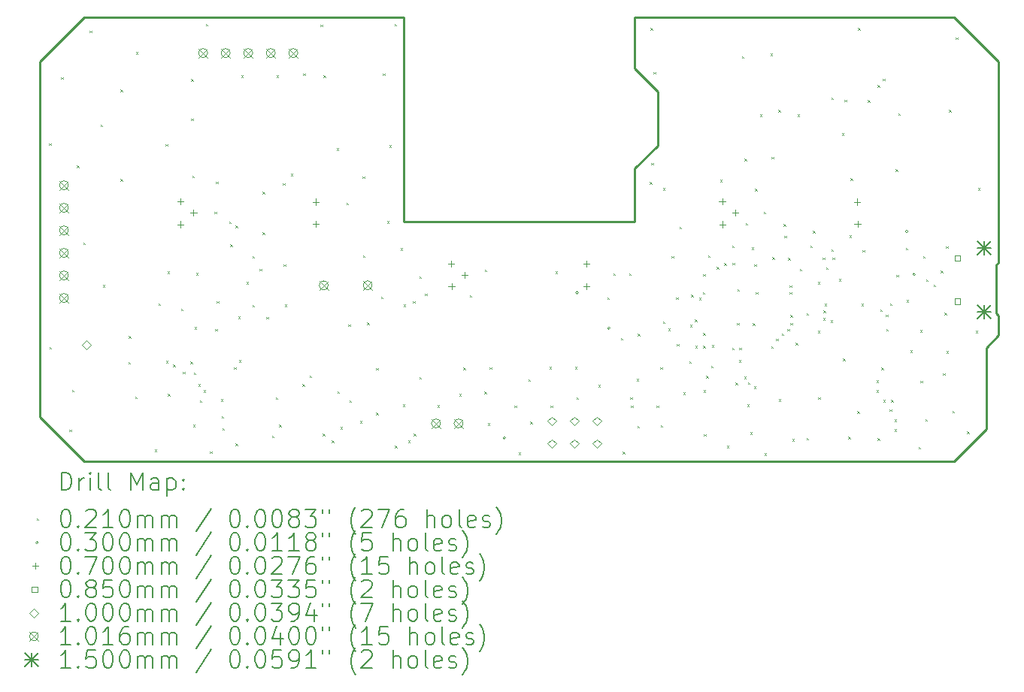
<source format=gbr>
%TF.GenerationSoftware,KiCad,Pcbnew,9.0.2*%
%TF.CreationDate,2025-06-25T10:28:38+01:00*%
%TF.ProjectId,FED3,46454433-2e6b-4696-9361-645f70636258,rev?*%
%TF.SameCoordinates,Original*%
%TF.FileFunction,Drillmap*%
%TF.FilePolarity,Positive*%
%FSLAX45Y45*%
G04 Gerber Fmt 4.5, Leading zero omitted, Abs format (unit mm)*
G04 Created by KiCad (PCBNEW 9.0.2) date 2025-06-25 10:28:38*
%MOMM*%
%LPD*%
G01*
G04 APERTURE LIST*
%ADD10C,0.250000*%
%ADD11C,0.200000*%
%ADD12C,0.100000*%
%ADD13C,0.101600*%
%ADD14C,0.150000*%
G04 APERTURE END LIST*
D10*
X20110110Y-12640360D02*
X20110110Y-11720360D01*
X16150110Y-10300360D02*
X13550110Y-10300360D01*
X16150110Y-8000360D02*
X16150110Y-8575160D01*
X16150110Y-8575160D02*
X16409710Y-8834760D01*
X9950110Y-8000360D02*
X9450110Y-8500360D01*
X20222110Y-10788360D02*
X20250110Y-10760360D01*
X20250110Y-8500360D02*
X19750110Y-8000360D01*
X20222110Y-11332360D02*
X20222110Y-10788360D01*
X20250110Y-10760360D02*
X20250110Y-8500360D01*
X16150110Y-9698360D02*
X16150110Y-10300360D01*
X20250110Y-11360360D02*
X20222110Y-11332360D01*
X13550110Y-10300360D02*
X13550110Y-8000360D01*
X9450110Y-12500360D02*
X9950110Y-13000360D01*
X16409710Y-8834760D02*
X16409710Y-9444360D01*
X19750110Y-13000360D02*
X20110110Y-12640360D01*
X19750110Y-8000360D02*
X16150110Y-8000360D01*
X20250110Y-11580360D02*
X20250110Y-11360360D01*
X9450110Y-8500360D02*
X9450110Y-12500360D01*
X9950110Y-13000360D02*
X19750110Y-13000360D01*
X16409710Y-9444360D02*
X16150110Y-9698360D01*
X20110110Y-11720360D02*
X20250110Y-11580360D01*
X13550110Y-8000360D02*
X9950110Y-8000360D01*
D11*
D12*
X9558610Y-9418460D02*
X9579610Y-9439460D01*
X9579610Y-9418460D02*
X9558610Y-9439460D01*
X9560890Y-11711640D02*
X9581890Y-11732640D01*
X9581890Y-11711640D02*
X9560890Y-11732640D01*
X9692000Y-8672000D02*
X9713000Y-8693000D01*
X9713000Y-8672000D02*
X9692000Y-8693000D01*
X9787210Y-12644260D02*
X9808210Y-12665260D01*
X9808210Y-12644260D02*
X9787210Y-12665260D01*
X9814890Y-12194240D02*
X9835890Y-12215240D01*
X9835890Y-12194240D02*
X9814890Y-12215240D01*
X9871030Y-9667380D02*
X9892030Y-9688380D01*
X9892030Y-9667380D02*
X9871030Y-9688380D01*
X9944500Y-10534500D02*
X9965500Y-10555500D01*
X9965500Y-10534500D02*
X9944500Y-10555500D01*
X10015810Y-8148460D02*
X10036810Y-8169460D01*
X10036810Y-8148460D02*
X10015810Y-8169460D01*
X10137000Y-9207000D02*
X10158000Y-9228000D01*
X10158000Y-9207000D02*
X10137000Y-9228000D01*
X10162000Y-11012000D02*
X10183000Y-11033000D01*
X10183000Y-11012000D02*
X10162000Y-11033000D01*
X10362000Y-8812000D02*
X10383000Y-8833000D01*
X10383000Y-8812000D02*
X10362000Y-8833000D01*
X10362000Y-9819500D02*
X10383000Y-9840500D01*
X10383000Y-9819500D02*
X10362000Y-9840500D01*
X10449500Y-11879500D02*
X10470500Y-11900500D01*
X10470500Y-11879500D02*
X10449500Y-11900500D01*
X10454500Y-11589500D02*
X10475500Y-11610500D01*
X10475500Y-11589500D02*
X10454500Y-11610500D01*
X10529500Y-12269500D02*
X10550500Y-12290500D01*
X10550500Y-12269500D02*
X10529500Y-12290500D01*
X10537000Y-8387000D02*
X10558000Y-8408000D01*
X10558000Y-8387000D02*
X10537000Y-8408000D01*
X10749500Y-12869500D02*
X10770500Y-12890500D01*
X10770500Y-12869500D02*
X10749500Y-12890500D01*
X10789500Y-11219500D02*
X10810500Y-11240500D01*
X10810500Y-11219500D02*
X10789500Y-11240500D01*
X10872000Y-9427000D02*
X10893000Y-9448000D01*
X10893000Y-9427000D02*
X10872000Y-9448000D01*
X10874500Y-11869500D02*
X10895500Y-11890500D01*
X10895500Y-11869500D02*
X10874500Y-11890500D01*
X10889500Y-10859500D02*
X10910500Y-10880500D01*
X10910500Y-10859500D02*
X10889500Y-10880500D01*
X10894500Y-12242000D02*
X10915500Y-12263000D01*
X10915500Y-12242000D02*
X10894500Y-12263000D01*
X10954500Y-11912000D02*
X10975500Y-11933000D01*
X10975500Y-11912000D02*
X10954500Y-11933000D01*
X11042000Y-11279500D02*
X11063000Y-11300500D01*
X11063000Y-11279500D02*
X11042000Y-11300500D01*
X11067000Y-11989500D02*
X11088000Y-12010500D01*
X11088000Y-11989500D02*
X11067000Y-12010500D01*
X11149500Y-11877000D02*
X11170500Y-11898000D01*
X11170500Y-11877000D02*
X11149500Y-11898000D01*
X11158810Y-8694560D02*
X11179810Y-8715560D01*
X11179810Y-8694560D02*
X11158810Y-8715560D01*
X11158810Y-9139060D02*
X11179810Y-9160060D01*
X11179810Y-9139060D02*
X11158810Y-9160060D01*
X11169500Y-9779500D02*
X11190500Y-9800500D01*
X11190500Y-9779500D02*
X11169500Y-9800500D01*
X11179500Y-12589500D02*
X11200500Y-12610500D01*
X11200500Y-12589500D02*
X11179500Y-12610500D01*
X11187000Y-11999500D02*
X11208000Y-12020500D01*
X11208000Y-11999500D02*
X11187000Y-12020500D01*
X11197000Y-11487000D02*
X11218000Y-11508000D01*
X11218000Y-11487000D02*
X11197000Y-11508000D01*
X11212000Y-10877000D02*
X11233000Y-10898000D01*
X11233000Y-10877000D02*
X11212000Y-10898000D01*
X11237000Y-12129500D02*
X11258000Y-12150500D01*
X11258000Y-12129500D02*
X11237000Y-12150500D01*
X11257000Y-12314500D02*
X11278000Y-12335500D01*
X11278000Y-12314500D02*
X11257000Y-12335500D01*
X11297000Y-12199500D02*
X11318000Y-12220500D01*
X11318000Y-12199500D02*
X11297000Y-12220500D01*
X11322000Y-8069500D02*
X11343000Y-8090500D01*
X11343000Y-8069500D02*
X11322000Y-8090500D01*
X11369500Y-12889500D02*
X11390500Y-12910500D01*
X11390500Y-12889500D02*
X11369500Y-12910500D01*
X11419500Y-10189500D02*
X11440500Y-10210500D01*
X11440500Y-10189500D02*
X11419500Y-10210500D01*
X11429500Y-11509500D02*
X11450500Y-11530500D01*
X11450500Y-11509500D02*
X11429500Y-11530500D01*
X11439500Y-9851500D02*
X11460500Y-9872500D01*
X11460500Y-9851500D02*
X11439500Y-9872500D01*
X11444500Y-11194500D02*
X11465500Y-11215500D01*
X11465500Y-11194500D02*
X11444500Y-11215500D01*
X11494500Y-12299500D02*
X11515500Y-12320500D01*
X11515500Y-12299500D02*
X11494500Y-12320500D01*
X11499500Y-12489500D02*
X11520500Y-12510500D01*
X11520500Y-12489500D02*
X11499500Y-12510500D01*
X11509500Y-12624500D02*
X11530500Y-12645500D01*
X11530500Y-12624500D02*
X11509500Y-12645500D01*
X11584500Y-10299500D02*
X11605500Y-10320500D01*
X11605500Y-10299500D02*
X11584500Y-10320500D01*
X11599500Y-10555000D02*
X11620500Y-10576000D01*
X11620500Y-10555000D02*
X11599500Y-10576000D01*
X11639500Y-11939000D02*
X11660500Y-11960000D01*
X11660500Y-11939000D02*
X11639500Y-11960000D01*
X11659500Y-10344500D02*
X11680500Y-10365500D01*
X11680500Y-10344500D02*
X11659500Y-10365500D01*
X11659500Y-12799500D02*
X11680500Y-12820500D01*
X11680500Y-12799500D02*
X11659500Y-12820500D01*
X11689500Y-11369500D02*
X11710500Y-11390500D01*
X11710500Y-11369500D02*
X11689500Y-11390500D01*
X11694500Y-11859500D02*
X11715500Y-11880500D01*
X11715500Y-11859500D02*
X11694500Y-11880500D01*
X11719500Y-8649500D02*
X11740500Y-8670500D01*
X11740500Y-8649500D02*
X11719500Y-8670500D01*
X11779500Y-10979500D02*
X11800500Y-11000500D01*
X11800500Y-10979500D02*
X11779500Y-11000500D01*
X11849500Y-10689500D02*
X11870500Y-10710500D01*
X11870500Y-10689500D02*
X11849500Y-10710500D01*
X11849500Y-11239500D02*
X11870500Y-11260500D01*
X11870500Y-11239500D02*
X11849500Y-11260500D01*
X11929500Y-10829500D02*
X11950500Y-10850500D01*
X11950500Y-10829500D02*
X11929500Y-10850500D01*
X11964500Y-9964500D02*
X11985500Y-9985500D01*
X11985500Y-9964500D02*
X11964500Y-9985500D01*
X11964500Y-10419500D02*
X11985500Y-10440500D01*
X11985500Y-10419500D02*
X11964500Y-10440500D01*
X12004500Y-11372500D02*
X12025500Y-11393500D01*
X12025500Y-11372500D02*
X12004500Y-11393500D01*
X12069500Y-12713250D02*
X12090500Y-12734250D01*
X12090500Y-12713250D02*
X12069500Y-12734250D01*
X12108875Y-12280125D02*
X12129875Y-12301125D01*
X12129875Y-12280125D02*
X12108875Y-12301125D01*
X12119500Y-8649500D02*
X12140500Y-8670500D01*
X12140500Y-8649500D02*
X12119500Y-8670500D01*
X12149500Y-12589500D02*
X12170500Y-12610500D01*
X12170500Y-12589500D02*
X12149500Y-12610500D01*
X12189500Y-9864500D02*
X12210500Y-9885500D01*
X12210500Y-9864500D02*
X12189500Y-9885500D01*
X12199500Y-10779500D02*
X12220500Y-10800500D01*
X12220500Y-10779500D02*
X12199500Y-10800500D01*
X12212000Y-11232000D02*
X12233000Y-11253000D01*
X12233000Y-11232000D02*
X12212000Y-11253000D01*
X12279500Y-9759500D02*
X12300500Y-9780500D01*
X12300500Y-9759500D02*
X12279500Y-9780500D01*
X12412317Y-12132318D02*
X12433317Y-12153318D01*
X12433317Y-12132318D02*
X12412317Y-12153318D01*
X12419500Y-8629500D02*
X12440500Y-8650500D01*
X12440500Y-8629500D02*
X12419500Y-8650500D01*
X12493676Y-12032485D02*
X12514676Y-12053485D01*
X12514676Y-12032485D02*
X12493676Y-12053485D01*
X12614500Y-8079500D02*
X12635500Y-8100500D01*
X12635500Y-8079500D02*
X12614500Y-8100500D01*
X12639500Y-12689500D02*
X12660500Y-12710500D01*
X12660500Y-12689500D02*
X12639500Y-12710500D01*
X12649500Y-8649500D02*
X12670500Y-8670500D01*
X12670500Y-8649500D02*
X12649500Y-8670500D01*
X12739500Y-12764500D02*
X12760500Y-12785500D01*
X12760500Y-12764500D02*
X12739500Y-12785500D01*
X12797810Y-9472800D02*
X12818810Y-9493800D01*
X12818810Y-9472800D02*
X12797810Y-9493800D01*
X12804500Y-12209500D02*
X12825500Y-12230500D01*
X12825500Y-12209500D02*
X12804500Y-12230500D01*
X12839500Y-12614500D02*
X12860500Y-12635500D01*
X12860500Y-12614500D02*
X12839500Y-12635500D01*
X12907000Y-10087000D02*
X12928000Y-10108000D01*
X12928000Y-10087000D02*
X12907000Y-10108000D01*
X12929500Y-11459500D02*
X12950500Y-11480500D01*
X12950500Y-11459500D02*
X12929500Y-11480500D01*
X12939500Y-12314500D02*
X12960500Y-12335500D01*
X12960500Y-12314500D02*
X12939500Y-12335500D01*
X13061140Y-12544343D02*
X13082140Y-12565343D01*
X13082140Y-12544343D02*
X13061140Y-12565343D01*
X13089500Y-9789500D02*
X13110500Y-9810500D01*
X13110500Y-9789500D02*
X13089500Y-9810500D01*
X13092000Y-10679500D02*
X13113000Y-10700500D01*
X13113000Y-10679500D02*
X13092000Y-10700500D01*
X13140003Y-11437063D02*
X13161003Y-11458063D01*
X13161003Y-11437063D02*
X13140003Y-11458063D01*
X13239500Y-11949500D02*
X13260500Y-11970500D01*
X13260500Y-11949500D02*
X13239500Y-11970500D01*
X13239500Y-12454500D02*
X13260500Y-12475500D01*
X13260500Y-12454500D02*
X13239500Y-12475500D01*
X13294500Y-11144500D02*
X13315500Y-11165500D01*
X13315500Y-11144500D02*
X13294500Y-11165500D01*
X13317810Y-8631060D02*
X13338810Y-8652060D01*
X13338810Y-8631060D02*
X13317810Y-8652060D01*
X13364500Y-10294500D02*
X13385500Y-10315500D01*
X13385500Y-10294500D02*
X13364500Y-10315500D01*
X13389500Y-9439500D02*
X13410500Y-9460500D01*
X13410500Y-9439500D02*
X13389500Y-9460500D01*
X13449500Y-8069500D02*
X13470500Y-8090500D01*
X13470500Y-8069500D02*
X13449500Y-8090500D01*
X13454500Y-12825000D02*
X13475500Y-12846000D01*
X13475500Y-12825000D02*
X13454500Y-12846000D01*
X13514500Y-10599500D02*
X13535500Y-10620500D01*
X13535500Y-10599500D02*
X13514500Y-10620500D01*
X13539500Y-12361100D02*
X13560500Y-12382100D01*
X13560500Y-12361100D02*
X13539500Y-12382100D01*
X13549500Y-11234500D02*
X13570500Y-11255500D01*
X13570500Y-11234500D02*
X13549500Y-11255500D01*
X13599600Y-12764500D02*
X13620600Y-12785500D01*
X13620600Y-12764500D02*
X13599600Y-12785500D01*
X13654500Y-11194500D02*
X13675500Y-11215500D01*
X13675500Y-11194500D02*
X13654500Y-11215500D01*
X13664500Y-12689500D02*
X13685500Y-12710500D01*
X13685500Y-12689500D02*
X13664500Y-12710500D01*
X13729030Y-10914080D02*
X13750030Y-10935080D01*
X13750030Y-10914080D02*
X13729030Y-10935080D01*
X13729500Y-12049500D02*
X13750500Y-12070500D01*
X13750500Y-12049500D02*
X13729500Y-12070500D01*
X13792000Y-11112000D02*
X13813000Y-11133000D01*
X13813000Y-11112000D02*
X13792000Y-11133000D01*
X13929500Y-12369500D02*
X13950500Y-12390500D01*
X13950500Y-12369500D02*
X13929500Y-12390500D01*
X14177000Y-12239500D02*
X14198000Y-12260500D01*
X14198000Y-12239500D02*
X14177000Y-12260500D01*
X14224500Y-11944500D02*
X14245500Y-11965500D01*
X14245500Y-11944500D02*
X14224500Y-11965500D01*
X14294500Y-11129500D02*
X14315500Y-11150500D01*
X14315500Y-11129500D02*
X14294500Y-11150500D01*
X14459500Y-12214500D02*
X14480500Y-12235500D01*
X14480500Y-12214500D02*
X14459500Y-12235500D01*
X14465630Y-10840420D02*
X14486630Y-10861420D01*
X14486630Y-10840420D02*
X14465630Y-10861420D01*
X14499500Y-12569500D02*
X14520500Y-12590500D01*
X14520500Y-12569500D02*
X14499500Y-12590500D01*
X14519500Y-11939500D02*
X14540500Y-11960500D01*
X14540500Y-11939500D02*
X14519500Y-11960500D01*
X14799010Y-12371120D02*
X14820010Y-12392120D01*
X14820010Y-12371120D02*
X14799010Y-12392120D01*
X14844500Y-12902000D02*
X14865500Y-12923000D01*
X14865500Y-12902000D02*
X14844500Y-12923000D01*
X14954500Y-12074500D02*
X14975500Y-12095500D01*
X14975500Y-12074500D02*
X14954500Y-12095500D01*
X14977000Y-12554500D02*
X14998000Y-12575500D01*
X14998000Y-12554500D02*
X14977000Y-12575500D01*
X15192000Y-11937000D02*
X15213000Y-11958000D01*
X15213000Y-11937000D02*
X15192000Y-11958000D01*
X15205410Y-12371120D02*
X15226410Y-12392120D01*
X15226410Y-12371120D02*
X15205410Y-12392120D01*
X15259500Y-10859500D02*
X15280500Y-10880500D01*
X15280500Y-10859500D02*
X15259500Y-10880500D01*
X15482000Y-11937000D02*
X15503000Y-11958000D01*
X15503000Y-11937000D02*
X15482000Y-11958000D01*
X15497000Y-12279500D02*
X15518000Y-12300500D01*
X15518000Y-12279500D02*
X15497000Y-12300500D01*
X15744500Y-12139500D02*
X15765500Y-12160500D01*
X15765500Y-12139500D02*
X15744500Y-12160500D01*
X15844500Y-11154500D02*
X15865500Y-11175500D01*
X15865500Y-11154500D02*
X15844500Y-11175500D01*
X15910500Y-10884250D02*
X15931500Y-10905250D01*
X15931500Y-10884250D02*
X15910500Y-10905250D01*
X15995500Y-11609500D02*
X16016500Y-11630500D01*
X16016500Y-11609500D02*
X15995500Y-11630500D01*
X16019500Y-12894500D02*
X16040500Y-12915500D01*
X16040500Y-12894500D02*
X16019500Y-12915500D01*
X16089500Y-10881750D02*
X16110500Y-10902750D01*
X16110500Y-10881750D02*
X16089500Y-10902750D01*
X16102000Y-12279500D02*
X16123000Y-12300500D01*
X16123000Y-12279500D02*
X16102000Y-12300500D01*
X16109500Y-12374500D02*
X16130500Y-12395500D01*
X16130500Y-12374500D02*
X16109500Y-12395500D01*
X16174500Y-12070000D02*
X16195500Y-12091000D01*
X16195500Y-12070000D02*
X16174500Y-12091000D01*
X16184500Y-12599500D02*
X16205500Y-12620500D01*
X16205500Y-12599500D02*
X16184500Y-12620500D01*
X16187214Y-11564372D02*
X16208214Y-11585372D01*
X16208214Y-11564372D02*
X16187214Y-11585372D01*
X16324500Y-9854500D02*
X16345500Y-9875500D01*
X16345500Y-9854500D02*
X16324500Y-9875500D01*
X16329500Y-8119500D02*
X16350500Y-8140500D01*
X16350500Y-8119500D02*
X16329500Y-8140500D01*
X16339500Y-9639500D02*
X16360500Y-9660500D01*
X16360500Y-9639500D02*
X16339500Y-9660500D01*
X16364500Y-8614500D02*
X16385500Y-8635500D01*
X16385500Y-8614500D02*
X16364500Y-8635500D01*
X16399500Y-12373660D02*
X16420500Y-12394660D01*
X16420500Y-12373660D02*
X16399500Y-12394660D01*
X16439500Y-11939500D02*
X16460500Y-11960500D01*
X16460500Y-11939500D02*
X16439500Y-11960500D01*
X16444500Y-12594500D02*
X16465500Y-12615500D01*
X16465500Y-12594500D02*
X16444500Y-12615500D01*
X16469500Y-9919500D02*
X16490500Y-9940500D01*
X16490500Y-9919500D02*
X16469500Y-9940500D01*
X16469500Y-11424500D02*
X16490500Y-11445500D01*
X16490500Y-11424500D02*
X16469500Y-11445500D01*
X16530000Y-11503872D02*
X16551000Y-11524872D01*
X16551000Y-11503872D02*
X16530000Y-11524872D01*
X16568000Y-10686750D02*
X16589000Y-10707750D01*
X16589000Y-10686750D02*
X16568000Y-10707750D01*
X16619500Y-11154500D02*
X16640500Y-11175500D01*
X16640500Y-11154500D02*
X16619500Y-11175500D01*
X16629500Y-11679500D02*
X16650500Y-11700500D01*
X16650500Y-11679500D02*
X16629500Y-11700500D01*
X16659500Y-10359500D02*
X16680500Y-10380500D01*
X16680500Y-10359500D02*
X16659500Y-10380500D01*
X16699500Y-12224500D02*
X16720500Y-12245500D01*
X16720500Y-12224500D02*
X16699500Y-12245500D01*
X16767000Y-11874500D02*
X16788000Y-11895500D01*
X16788000Y-11874500D02*
X16767000Y-11895500D01*
X16775030Y-11463400D02*
X16796030Y-11484400D01*
X16796030Y-11463400D02*
X16775030Y-11484400D01*
X16790000Y-11124500D02*
X16811000Y-11145500D01*
X16811000Y-11124500D02*
X16790000Y-11145500D01*
X16829482Y-11402900D02*
X16850482Y-11423900D01*
X16850482Y-11402900D02*
X16829482Y-11423900D01*
X16835664Y-11699200D02*
X16856664Y-11720200D01*
X16856664Y-11699200D02*
X16835664Y-11720200D01*
X16879500Y-11158250D02*
X16900500Y-11179250D01*
X16900500Y-11158250D02*
X16879500Y-11179250D01*
X16919500Y-11092000D02*
X16940500Y-11113000D01*
X16940500Y-11092000D02*
X16919500Y-11113000D01*
X16925128Y-11699200D02*
X16946128Y-11720200D01*
X16946128Y-11699200D02*
X16925128Y-11720200D01*
X16925500Y-10889250D02*
X16946500Y-10910250D01*
X16946500Y-10889250D02*
X16925500Y-10910250D01*
X16926000Y-11554000D02*
X16947000Y-11575000D01*
X16947000Y-11554000D02*
X16926000Y-11575000D01*
X16929500Y-12199500D02*
X16950500Y-12220500D01*
X16950500Y-12199500D02*
X16929500Y-12220500D01*
X16934500Y-12694500D02*
X16955500Y-12715500D01*
X16955500Y-12694500D02*
X16934500Y-12715500D01*
X16956030Y-12037970D02*
X16977030Y-12058970D01*
X16977030Y-12037970D02*
X16956030Y-12058970D01*
X16978000Y-10679250D02*
X16999000Y-10700250D01*
X16999000Y-10679250D02*
X16978000Y-10700250D01*
X17014500Y-11924500D02*
X17035500Y-11945500D01*
X17035500Y-11924500D02*
X17014500Y-11945500D01*
X17019500Y-11689500D02*
X17040500Y-11710500D01*
X17040500Y-11689500D02*
X17019500Y-11710500D01*
X17074500Y-10809500D02*
X17095500Y-10830500D01*
X17095500Y-10809500D02*
X17074500Y-10830500D01*
X17115490Y-9830100D02*
X17136490Y-9851100D01*
X17136490Y-9830100D02*
X17115490Y-9851100D01*
X17160750Y-10768250D02*
X17181750Y-10789250D01*
X17181750Y-10768250D02*
X17160750Y-10789250D01*
X17189500Y-12824500D02*
X17210500Y-12845500D01*
X17210500Y-12824500D02*
X17189500Y-12845500D01*
X17251085Y-11720446D02*
X17272085Y-11741446D01*
X17272085Y-11720446D02*
X17251085Y-11741446D01*
X17252000Y-10567000D02*
X17273000Y-10588000D01*
X17273000Y-10567000D02*
X17252000Y-10588000D01*
X17254500Y-10764500D02*
X17275500Y-10785500D01*
X17275500Y-10764500D02*
X17254500Y-10785500D01*
X17289500Y-12114500D02*
X17310500Y-12135500D01*
X17310500Y-12114500D02*
X17289500Y-12135500D01*
X17304500Y-11439500D02*
X17325500Y-11460500D01*
X17325500Y-11439500D02*
X17304500Y-11460500D01*
X17309500Y-11059500D02*
X17330500Y-11080500D01*
X17330500Y-11059500D02*
X17309500Y-11080500D01*
X17324500Y-11859500D02*
X17345500Y-11880500D01*
X17345500Y-11859500D02*
X17324500Y-11880500D01*
X17329500Y-11719481D02*
X17350500Y-11740481D01*
X17350500Y-11719481D02*
X17329500Y-11740481D01*
X17358690Y-8435040D02*
X17379690Y-8456040D01*
X17379690Y-8435040D02*
X17358690Y-8456040D01*
X17386788Y-12045432D02*
X17407788Y-12066432D01*
X17407788Y-12045432D02*
X17386788Y-12066432D01*
X17389500Y-9589500D02*
X17410500Y-9610500D01*
X17410500Y-9589500D02*
X17389500Y-9610500D01*
X17404500Y-10317000D02*
X17425500Y-10338000D01*
X17425500Y-10317000D02*
X17404500Y-10338000D01*
X17419500Y-12361100D02*
X17440500Y-12382100D01*
X17440500Y-12361100D02*
X17419500Y-12382100D01*
X17429500Y-12109500D02*
X17450500Y-12130500D01*
X17450500Y-12109500D02*
X17429500Y-12130500D01*
X17452000Y-12674500D02*
X17473000Y-12695500D01*
X17473000Y-12674500D02*
X17452000Y-12695500D01*
X17469500Y-10589500D02*
X17490500Y-10610500D01*
X17490500Y-10589500D02*
X17469500Y-10610500D01*
X17482000Y-11447000D02*
X17503000Y-11468000D01*
X17503000Y-11447000D02*
X17482000Y-11468000D01*
X17494500Y-12154500D02*
X17515500Y-12175500D01*
X17515500Y-12154500D02*
X17494500Y-12175500D01*
X17499500Y-10779500D02*
X17520500Y-10800500D01*
X17520500Y-10779500D02*
X17499500Y-10800500D01*
X17509500Y-9929500D02*
X17530500Y-9950500D01*
X17530500Y-9929500D02*
X17509500Y-9950500D01*
X17514680Y-11095717D02*
X17535680Y-11116717D01*
X17535680Y-11095717D02*
X17514680Y-11116717D01*
X17563050Y-9092440D02*
X17584050Y-9113440D01*
X17584050Y-9092440D02*
X17563050Y-9113440D01*
X17606700Y-10189860D02*
X17627700Y-10210860D01*
X17627700Y-10189860D02*
X17606700Y-10210860D01*
X17614500Y-12909500D02*
X17635500Y-12930500D01*
X17635500Y-12909500D02*
X17614500Y-12930500D01*
X17679890Y-8406640D02*
X17700890Y-8427640D01*
X17700890Y-8406640D02*
X17679890Y-8427640D01*
X17689500Y-11704251D02*
X17710500Y-11725251D01*
X17710500Y-11704251D02*
X17689500Y-11725251D01*
X17694500Y-9572000D02*
X17715500Y-9593000D01*
X17715500Y-9572000D02*
X17694500Y-9593000D01*
X17704500Y-10699500D02*
X17725500Y-10720500D01*
X17725500Y-10699500D02*
X17704500Y-10720500D01*
X17744500Y-11619500D02*
X17765500Y-11640500D01*
X17765500Y-11619500D02*
X17744500Y-11640500D01*
X17769500Y-9039500D02*
X17790500Y-9060500D01*
X17790500Y-9039500D02*
X17769500Y-9060500D01*
X17777000Y-12302000D02*
X17798000Y-12323000D01*
X17798000Y-12302000D02*
X17777000Y-12323000D01*
X17810078Y-11559500D02*
X17831078Y-11580500D01*
X17831078Y-11559500D02*
X17810078Y-11580500D01*
X17829500Y-10327300D02*
X17850500Y-10348300D01*
X17850500Y-10327300D02*
X17829500Y-10348300D01*
X17839500Y-10459500D02*
X17860500Y-10480500D01*
X17860500Y-10459500D02*
X17839500Y-10480500D01*
X17870499Y-11506979D02*
X17891499Y-11527979D01*
X17891499Y-11506979D02*
X17870499Y-11527979D01*
X17882000Y-10709500D02*
X17903000Y-10730500D01*
X17903000Y-10709500D02*
X17882000Y-10730500D01*
X17898631Y-11095222D02*
X17919631Y-11116222D01*
X17919631Y-11095222D02*
X17898631Y-11116222D01*
X17899545Y-11018227D02*
X17920545Y-11039227D01*
X17920545Y-11018227D02*
X17899545Y-11039227D01*
X17906926Y-11439141D02*
X17927926Y-11460141D01*
X17927926Y-11439141D02*
X17906926Y-11460141D01*
X17907341Y-11353995D02*
X17928341Y-11374995D01*
X17928341Y-11353995D02*
X17907341Y-11374995D01*
X17929500Y-12749500D02*
X17950500Y-12770500D01*
X17950500Y-12749500D02*
X17929500Y-12770500D01*
X17964500Y-11667000D02*
X17985500Y-11688000D01*
X17985500Y-11667000D02*
X17964500Y-11688000D01*
X17984690Y-9092440D02*
X18005690Y-9113440D01*
X18005690Y-9092440D02*
X17984690Y-9113440D01*
X18012000Y-10829500D02*
X18033000Y-10850500D01*
X18033000Y-10829500D02*
X18012000Y-10850500D01*
X18089500Y-11329500D02*
X18110500Y-11350500D01*
X18110500Y-11329500D02*
X18089500Y-11350500D01*
X18089500Y-12734500D02*
X18110500Y-12755500D01*
X18110500Y-12734500D02*
X18089500Y-12755500D01*
X18129500Y-10569500D02*
X18150500Y-10590500D01*
X18150500Y-10569500D02*
X18129500Y-10590500D01*
X18159500Y-10404500D02*
X18180500Y-10425500D01*
X18180500Y-10404500D02*
X18159500Y-10425500D01*
X18214500Y-10979500D02*
X18235500Y-11000500D01*
X18235500Y-10979500D02*
X18214500Y-11000500D01*
X18217000Y-11529500D02*
X18238000Y-11550500D01*
X18238000Y-11529500D02*
X18217000Y-11550500D01*
X18219500Y-12279500D02*
X18240500Y-12300500D01*
X18240500Y-12279500D02*
X18219500Y-12300500D01*
X18269500Y-10704500D02*
X18290500Y-10725500D01*
X18290500Y-10704500D02*
X18269500Y-10725500D01*
X18274500Y-11384500D02*
X18295500Y-11405500D01*
X18295500Y-11384500D02*
X18274500Y-11405500D01*
X18279323Y-11300825D02*
X18300323Y-11321825D01*
X18300323Y-11300825D02*
X18279323Y-11321825D01*
X18289500Y-11224500D02*
X18310500Y-11245500D01*
X18310500Y-11224500D02*
X18289500Y-11245500D01*
X18309500Y-10814500D02*
X18330500Y-10835500D01*
X18330500Y-10814500D02*
X18309500Y-10835500D01*
X18359500Y-11409500D02*
X18380500Y-11430500D01*
X18380500Y-11409500D02*
X18359500Y-11430500D01*
X18365460Y-8900460D02*
X18386460Y-8921460D01*
X18386460Y-8900460D02*
X18365460Y-8921460D01*
X18369500Y-10612500D02*
X18390500Y-10633500D01*
X18390500Y-10612500D02*
X18369500Y-10633500D01*
X18379500Y-10704500D02*
X18400500Y-10725500D01*
X18400500Y-10704500D02*
X18379500Y-10725500D01*
X18452269Y-10943827D02*
X18473269Y-10964827D01*
X18473269Y-10943827D02*
X18452269Y-10964827D01*
X18486450Y-9303720D02*
X18507450Y-9324720D01*
X18507450Y-9303720D02*
X18486450Y-9324720D01*
X18499500Y-11844500D02*
X18520500Y-11865500D01*
X18520500Y-11844500D02*
X18499500Y-11865500D01*
X18514500Y-8924500D02*
X18535500Y-8945500D01*
X18535500Y-8924500D02*
X18514500Y-8945500D01*
X18559500Y-12724500D02*
X18580500Y-12745500D01*
X18580500Y-12724500D02*
X18559500Y-12745500D01*
X18569500Y-10454500D02*
X18590500Y-10475500D01*
X18590500Y-10454500D02*
X18569500Y-10475500D01*
X18584500Y-9809500D02*
X18605500Y-9830500D01*
X18605500Y-9809500D02*
X18584500Y-9830500D01*
X18659500Y-12434500D02*
X18680500Y-12455500D01*
X18680500Y-12434500D02*
X18659500Y-12455500D01*
X18669500Y-8119500D02*
X18690500Y-8140500D01*
X18690500Y-8119500D02*
X18669500Y-8140500D01*
X18704500Y-11224500D02*
X18725500Y-11245500D01*
X18725500Y-11224500D02*
X18704500Y-11245500D01*
X18719500Y-10619500D02*
X18740500Y-10640500D01*
X18740500Y-10619500D02*
X18719500Y-10640500D01*
X18779500Y-8932000D02*
X18800500Y-8953000D01*
X18800500Y-8932000D02*
X18779500Y-8953000D01*
X18876017Y-12089500D02*
X18897017Y-12110500D01*
X18897017Y-12089500D02*
X18876017Y-12110500D01*
X18877000Y-12199500D02*
X18898000Y-12220500D01*
X18898000Y-12199500D02*
X18877000Y-12220500D01*
X18887000Y-12739500D02*
X18908000Y-12760500D01*
X18908000Y-12739500D02*
X18887000Y-12760500D01*
X18889500Y-8759500D02*
X18910500Y-8780500D01*
X18910500Y-8759500D02*
X18889500Y-8780500D01*
X18919500Y-11289500D02*
X18940500Y-11310500D01*
X18940500Y-11289500D02*
X18919500Y-11310500D01*
X18929500Y-11944500D02*
X18950500Y-11965500D01*
X18950500Y-11944500D02*
X18929500Y-11965500D01*
X18949500Y-8689500D02*
X18970500Y-8710500D01*
X18970500Y-8689500D02*
X18949500Y-8710500D01*
X18952000Y-12309500D02*
X18973000Y-12330500D01*
X18973000Y-12309500D02*
X18952000Y-12330500D01*
X18979500Y-11349500D02*
X19000500Y-11370500D01*
X19000500Y-11349500D02*
X18979500Y-11370500D01*
X18984500Y-11509500D02*
X19005500Y-11530500D01*
X19005500Y-11509500D02*
X18984500Y-11530500D01*
X19024500Y-12414500D02*
X19045500Y-12435500D01*
X19045500Y-12414500D02*
X19024500Y-12435500D01*
X19029807Y-11222801D02*
X19050807Y-11243801D01*
X19050807Y-11222801D02*
X19029807Y-11243801D01*
X19042000Y-12309500D02*
X19063000Y-12330500D01*
X19063000Y-12309500D02*
X19042000Y-12330500D01*
X19077000Y-12639500D02*
X19098000Y-12660500D01*
X19098000Y-12639500D02*
X19077000Y-12660500D01*
X19079500Y-12529500D02*
X19100500Y-12550500D01*
X19100500Y-12529500D02*
X19079500Y-12550500D01*
X19089500Y-9709500D02*
X19110500Y-9730500D01*
X19110500Y-9709500D02*
X19089500Y-9730500D01*
X19099500Y-10899500D02*
X19120500Y-10920500D01*
X19120500Y-10899500D02*
X19099500Y-10920500D01*
X19119500Y-9079500D02*
X19140500Y-9100500D01*
X19140500Y-9079500D02*
X19119500Y-9100500D01*
X19206500Y-10594500D02*
X19227500Y-10615500D01*
X19227500Y-10594500D02*
X19206500Y-10615500D01*
X19212500Y-11184000D02*
X19233500Y-11205000D01*
X19233500Y-11184000D02*
X19212500Y-11205000D01*
X19255500Y-11749500D02*
X19276500Y-11770500D01*
X19276500Y-11749500D02*
X19255500Y-11770500D01*
X19349500Y-12839500D02*
X19370500Y-12860500D01*
X19370500Y-12839500D02*
X19349500Y-12860500D01*
X19364500Y-11519500D02*
X19385500Y-11540500D01*
X19385500Y-11519500D02*
X19364500Y-11540500D01*
X19369500Y-12094500D02*
X19390500Y-12115500D01*
X19390500Y-12094500D02*
X19369500Y-12115500D01*
X19399500Y-10689500D02*
X19420500Y-10710500D01*
X19420500Y-10689500D02*
X19399500Y-10710500D01*
X19424500Y-12527000D02*
X19445500Y-12548000D01*
X19445500Y-12527000D02*
X19424500Y-12548000D01*
X19434500Y-10949500D02*
X19455500Y-10970500D01*
X19455500Y-10949500D02*
X19434500Y-10970500D01*
X19519500Y-11009500D02*
X19540500Y-11030500D01*
X19540500Y-11009500D02*
X19519500Y-11030500D01*
X19599500Y-10854500D02*
X19620500Y-10875500D01*
X19620500Y-10854500D02*
X19599500Y-10875500D01*
X19623500Y-12006500D02*
X19644500Y-12027500D01*
X19644500Y-12006500D02*
X19623500Y-12027500D01*
X19642500Y-11325500D02*
X19663500Y-11346500D01*
X19663500Y-11325500D02*
X19642500Y-11346500D01*
X19659500Y-10579500D02*
X19680500Y-10600500D01*
X19680500Y-10579500D02*
X19659500Y-10600500D01*
X19664500Y-11759500D02*
X19685500Y-11780500D01*
X19685500Y-11759500D02*
X19664500Y-11780500D01*
X19692950Y-9042100D02*
X19713950Y-9063100D01*
X19713950Y-9042100D02*
X19692950Y-9063100D01*
X19730500Y-12429500D02*
X19751500Y-12450500D01*
X19751500Y-12429500D02*
X19730500Y-12450500D01*
X19769410Y-8224660D02*
X19790410Y-8245660D01*
X19790410Y-8224660D02*
X19769410Y-8245660D01*
X19897000Y-12664500D02*
X19918000Y-12685500D01*
X19918000Y-12664500D02*
X19897000Y-12685500D01*
X19994500Y-11529500D02*
X20015500Y-11550500D01*
X20015500Y-11529500D02*
X19994500Y-11550500D01*
X20019500Y-9919500D02*
X20040500Y-9940500D01*
X20040500Y-9919500D02*
X20019500Y-9940500D01*
X14700000Y-12735000D02*
G75*
G02*
X14670000Y-12735000I-15000J0D01*
G01*
X14670000Y-12735000D02*
G75*
G02*
X14700000Y-12735000I15000J0D01*
G01*
X15520000Y-11100000D02*
G75*
G02*
X15490000Y-11100000I-15000J0D01*
G01*
X15490000Y-11100000D02*
G75*
G02*
X15520000Y-11100000I15000J0D01*
G01*
X15875000Y-11500000D02*
G75*
G02*
X15845000Y-11500000I-15000J0D01*
G01*
X15845000Y-11500000D02*
G75*
G02*
X15875000Y-11500000I15000J0D01*
G01*
X19230000Y-10410000D02*
G75*
G02*
X19200000Y-10410000I-15000J0D01*
G01*
X19200000Y-10410000D02*
G75*
G02*
X19230000Y-10410000I15000J0D01*
G01*
X19315000Y-10895000D02*
G75*
G02*
X19285000Y-10895000I-15000J0D01*
G01*
X19285000Y-10895000D02*
G75*
G02*
X19315000Y-10895000I15000J0D01*
G01*
X11038110Y-10038360D02*
X11038110Y-10108360D01*
X11003110Y-10073360D02*
X11073110Y-10073360D01*
X11040110Y-10295360D02*
X11040110Y-10365360D01*
X11005110Y-10330360D02*
X11075110Y-10330360D01*
X11185110Y-10165360D02*
X11185110Y-10235360D01*
X11150110Y-10200360D02*
X11220110Y-10200360D01*
X12560110Y-10041360D02*
X12560110Y-10111360D01*
X12525110Y-10076360D02*
X12595110Y-10076360D01*
X12562110Y-10292360D02*
X12562110Y-10362360D01*
X12527110Y-10327360D02*
X12597110Y-10327360D01*
X14088110Y-10738360D02*
X14088110Y-10808360D01*
X14053110Y-10773360D02*
X14123110Y-10773360D01*
X14090110Y-10995360D02*
X14090110Y-11065360D01*
X14055110Y-11030360D02*
X14125110Y-11030360D01*
X14235110Y-10865360D02*
X14235110Y-10935360D01*
X14200110Y-10900360D02*
X14270110Y-10900360D01*
X15610110Y-10741360D02*
X15610110Y-10811360D01*
X15575110Y-10776360D02*
X15645110Y-10776360D01*
X15612110Y-10992360D02*
X15612110Y-11062360D01*
X15577110Y-11027360D02*
X15647110Y-11027360D01*
X17138110Y-10038360D02*
X17138110Y-10108360D01*
X17103110Y-10073360D02*
X17173110Y-10073360D01*
X17140110Y-10295360D02*
X17140110Y-10365360D01*
X17105110Y-10330360D02*
X17175110Y-10330360D01*
X17285110Y-10165360D02*
X17285110Y-10235360D01*
X17250110Y-10200360D02*
X17320110Y-10200360D01*
X18660110Y-10041360D02*
X18660110Y-10111360D01*
X18625110Y-10076360D02*
X18695110Y-10076360D01*
X18662110Y-10292360D02*
X18662110Y-10362360D01*
X18627110Y-10327360D02*
X18697110Y-10327360D01*
X19820052Y-10742552D02*
X19820052Y-10682448D01*
X19759948Y-10682448D01*
X19759948Y-10742552D01*
X19820052Y-10742552D01*
X19820052Y-11227552D02*
X19820052Y-11167448D01*
X19759948Y-11167448D01*
X19759948Y-11227552D01*
X19820052Y-11227552D01*
X9980000Y-11740000D02*
X10030000Y-11690000D01*
X9980000Y-11640000D01*
X9930000Y-11690000D01*
X9980000Y-11740000D01*
X15217500Y-12597500D02*
X15267500Y-12547500D01*
X15217500Y-12497500D01*
X15167500Y-12547500D01*
X15217500Y-12597500D01*
X15217500Y-12851500D02*
X15267500Y-12801500D01*
X15217500Y-12751500D01*
X15167500Y-12801500D01*
X15217500Y-12851500D01*
X15471500Y-12597500D02*
X15521500Y-12547500D01*
X15471500Y-12497500D01*
X15421500Y-12547500D01*
X15471500Y-12597500D01*
X15471500Y-12851500D02*
X15521500Y-12801500D01*
X15471500Y-12751500D01*
X15421500Y-12801500D01*
X15471500Y-12851500D01*
X15725500Y-12597500D02*
X15775500Y-12547500D01*
X15725500Y-12497500D01*
X15675500Y-12547500D01*
X15725500Y-12597500D01*
X15725500Y-12851500D02*
X15775500Y-12801500D01*
X15725500Y-12751500D01*
X15675500Y-12801500D01*
X15725500Y-12851500D01*
D13*
X9674310Y-9839560D02*
X9775910Y-9941160D01*
X9775910Y-9839560D02*
X9674310Y-9941160D01*
X9775910Y-9890360D02*
G75*
G02*
X9674310Y-9890360I-50800J0D01*
G01*
X9674310Y-9890360D02*
G75*
G02*
X9775910Y-9890360I50800J0D01*
G01*
X9674310Y-10093560D02*
X9775910Y-10195160D01*
X9775910Y-10093560D02*
X9674310Y-10195160D01*
X9775910Y-10144360D02*
G75*
G02*
X9674310Y-10144360I-50800J0D01*
G01*
X9674310Y-10144360D02*
G75*
G02*
X9775910Y-10144360I50800J0D01*
G01*
X9674310Y-10347560D02*
X9775910Y-10449160D01*
X9775910Y-10347560D02*
X9674310Y-10449160D01*
X9775910Y-10398360D02*
G75*
G02*
X9674310Y-10398360I-50800J0D01*
G01*
X9674310Y-10398360D02*
G75*
G02*
X9775910Y-10398360I50800J0D01*
G01*
X9674310Y-10601560D02*
X9775910Y-10703160D01*
X9775910Y-10601560D02*
X9674310Y-10703160D01*
X9775910Y-10652360D02*
G75*
G02*
X9674310Y-10652360I-50800J0D01*
G01*
X9674310Y-10652360D02*
G75*
G02*
X9775910Y-10652360I50800J0D01*
G01*
X9674310Y-10855560D02*
X9775910Y-10957160D01*
X9775910Y-10855560D02*
X9674310Y-10957160D01*
X9775910Y-10906360D02*
G75*
G02*
X9674310Y-10906360I-50800J0D01*
G01*
X9674310Y-10906360D02*
G75*
G02*
X9775910Y-10906360I50800J0D01*
G01*
X9674310Y-11109560D02*
X9775910Y-11211160D01*
X9775910Y-11109560D02*
X9674310Y-11211160D01*
X9775910Y-11160360D02*
G75*
G02*
X9674310Y-11160360I-50800J0D01*
G01*
X9674310Y-11160360D02*
G75*
G02*
X9775910Y-11160360I50800J0D01*
G01*
X11241310Y-8349560D02*
X11342910Y-8451160D01*
X11342910Y-8349560D02*
X11241310Y-8451160D01*
X11342910Y-8400360D02*
G75*
G02*
X11241310Y-8400360I-50800J0D01*
G01*
X11241310Y-8400360D02*
G75*
G02*
X11342910Y-8400360I50800J0D01*
G01*
X11495310Y-8349560D02*
X11596910Y-8451160D01*
X11596910Y-8349560D02*
X11495310Y-8451160D01*
X11596910Y-8400360D02*
G75*
G02*
X11495310Y-8400360I-50800J0D01*
G01*
X11495310Y-8400360D02*
G75*
G02*
X11596910Y-8400360I50800J0D01*
G01*
X11749310Y-8349560D02*
X11850910Y-8451160D01*
X11850910Y-8349560D02*
X11749310Y-8451160D01*
X11850910Y-8400360D02*
G75*
G02*
X11749310Y-8400360I-50800J0D01*
G01*
X11749310Y-8400360D02*
G75*
G02*
X11850910Y-8400360I50800J0D01*
G01*
X12003310Y-8349560D02*
X12104910Y-8451160D01*
X12104910Y-8349560D02*
X12003310Y-8451160D01*
X12104910Y-8400360D02*
G75*
G02*
X12003310Y-8400360I-50800J0D01*
G01*
X12003310Y-8400360D02*
G75*
G02*
X12104910Y-8400360I50800J0D01*
G01*
X12257310Y-8349560D02*
X12358910Y-8451160D01*
X12358910Y-8349560D02*
X12257310Y-8451160D01*
X12358910Y-8400360D02*
G75*
G02*
X12257310Y-8400360I-50800J0D01*
G01*
X12257310Y-8400360D02*
G75*
G02*
X12358910Y-8400360I50800J0D01*
G01*
X12600200Y-10967200D02*
X12701800Y-11068800D01*
X12701800Y-10967200D02*
X12600200Y-11068800D01*
X12701800Y-11018000D02*
G75*
G02*
X12600200Y-11018000I-50800J0D01*
G01*
X12600200Y-11018000D02*
G75*
G02*
X12701800Y-11018000I50800J0D01*
G01*
X13095120Y-10967200D02*
X13196720Y-11068800D01*
X13196720Y-10967200D02*
X13095120Y-11068800D01*
X13196720Y-11018000D02*
G75*
G02*
X13095120Y-11018000I-50800J0D01*
G01*
X13095120Y-11018000D02*
G75*
G02*
X13196720Y-11018000I50800J0D01*
G01*
X13864630Y-12522840D02*
X13966230Y-12624440D01*
X13966230Y-12522840D02*
X13864630Y-12624440D01*
X13966230Y-12573640D02*
G75*
G02*
X13864630Y-12573640I-50800J0D01*
G01*
X13864630Y-12573640D02*
G75*
G02*
X13966230Y-12573640I50800J0D01*
G01*
X14118630Y-12522840D02*
X14220230Y-12624440D01*
X14220230Y-12522840D02*
X14118630Y-12624440D01*
X14220230Y-12573640D02*
G75*
G02*
X14118630Y-12573640I-50800J0D01*
G01*
X14118630Y-12573640D02*
G75*
G02*
X14220230Y-12573640I50800J0D01*
G01*
D14*
X20015000Y-10520000D02*
X20165000Y-10670000D01*
X20165000Y-10520000D02*
X20015000Y-10670000D01*
X20090000Y-10520000D02*
X20090000Y-10670000D01*
X20015000Y-10595000D02*
X20165000Y-10595000D01*
X20015000Y-11240000D02*
X20165000Y-11390000D01*
X20165000Y-11240000D02*
X20015000Y-11390000D01*
X20090000Y-11240000D02*
X20090000Y-11390000D01*
X20015000Y-11315000D02*
X20165000Y-11315000D01*
D11*
X9698387Y-13324344D02*
X9698387Y-13124344D01*
X9698387Y-13124344D02*
X9746006Y-13124344D01*
X9746006Y-13124344D02*
X9774577Y-13133868D01*
X9774577Y-13133868D02*
X9793625Y-13152915D01*
X9793625Y-13152915D02*
X9803149Y-13171963D01*
X9803149Y-13171963D02*
X9812673Y-13210058D01*
X9812673Y-13210058D02*
X9812673Y-13238629D01*
X9812673Y-13238629D02*
X9803149Y-13276725D01*
X9803149Y-13276725D02*
X9793625Y-13295772D01*
X9793625Y-13295772D02*
X9774577Y-13314820D01*
X9774577Y-13314820D02*
X9746006Y-13324344D01*
X9746006Y-13324344D02*
X9698387Y-13324344D01*
X9898387Y-13324344D02*
X9898387Y-13191010D01*
X9898387Y-13229106D02*
X9907911Y-13210058D01*
X9907911Y-13210058D02*
X9917434Y-13200534D01*
X9917434Y-13200534D02*
X9936482Y-13191010D01*
X9936482Y-13191010D02*
X9955530Y-13191010D01*
X10022196Y-13324344D02*
X10022196Y-13191010D01*
X10022196Y-13124344D02*
X10012673Y-13133868D01*
X10012673Y-13133868D02*
X10022196Y-13143391D01*
X10022196Y-13143391D02*
X10031720Y-13133868D01*
X10031720Y-13133868D02*
X10022196Y-13124344D01*
X10022196Y-13124344D02*
X10022196Y-13143391D01*
X10146006Y-13324344D02*
X10126958Y-13314820D01*
X10126958Y-13314820D02*
X10117434Y-13295772D01*
X10117434Y-13295772D02*
X10117434Y-13124344D01*
X10250768Y-13324344D02*
X10231720Y-13314820D01*
X10231720Y-13314820D02*
X10222196Y-13295772D01*
X10222196Y-13295772D02*
X10222196Y-13124344D01*
X10479339Y-13324344D02*
X10479339Y-13124344D01*
X10479339Y-13124344D02*
X10546006Y-13267201D01*
X10546006Y-13267201D02*
X10612673Y-13124344D01*
X10612673Y-13124344D02*
X10612673Y-13324344D01*
X10793625Y-13324344D02*
X10793625Y-13219582D01*
X10793625Y-13219582D02*
X10784101Y-13200534D01*
X10784101Y-13200534D02*
X10765054Y-13191010D01*
X10765054Y-13191010D02*
X10726958Y-13191010D01*
X10726958Y-13191010D02*
X10707911Y-13200534D01*
X10793625Y-13314820D02*
X10774577Y-13324344D01*
X10774577Y-13324344D02*
X10726958Y-13324344D01*
X10726958Y-13324344D02*
X10707911Y-13314820D01*
X10707911Y-13314820D02*
X10698387Y-13295772D01*
X10698387Y-13295772D02*
X10698387Y-13276725D01*
X10698387Y-13276725D02*
X10707911Y-13257677D01*
X10707911Y-13257677D02*
X10726958Y-13248153D01*
X10726958Y-13248153D02*
X10774577Y-13248153D01*
X10774577Y-13248153D02*
X10793625Y-13238629D01*
X10888863Y-13191010D02*
X10888863Y-13391010D01*
X10888863Y-13200534D02*
X10907911Y-13191010D01*
X10907911Y-13191010D02*
X10946006Y-13191010D01*
X10946006Y-13191010D02*
X10965054Y-13200534D01*
X10965054Y-13200534D02*
X10974577Y-13210058D01*
X10974577Y-13210058D02*
X10984101Y-13229106D01*
X10984101Y-13229106D02*
X10984101Y-13286248D01*
X10984101Y-13286248D02*
X10974577Y-13305296D01*
X10974577Y-13305296D02*
X10965054Y-13314820D01*
X10965054Y-13314820D02*
X10946006Y-13324344D01*
X10946006Y-13324344D02*
X10907911Y-13324344D01*
X10907911Y-13324344D02*
X10888863Y-13314820D01*
X11069815Y-13305296D02*
X11079339Y-13314820D01*
X11079339Y-13314820D02*
X11069815Y-13324344D01*
X11069815Y-13324344D02*
X11060292Y-13314820D01*
X11060292Y-13314820D02*
X11069815Y-13305296D01*
X11069815Y-13305296D02*
X11069815Y-13324344D01*
X11069815Y-13200534D02*
X11079339Y-13210058D01*
X11079339Y-13210058D02*
X11069815Y-13219582D01*
X11069815Y-13219582D02*
X11060292Y-13210058D01*
X11060292Y-13210058D02*
X11069815Y-13200534D01*
X11069815Y-13200534D02*
X11069815Y-13219582D01*
D12*
X9416610Y-13642360D02*
X9437610Y-13663360D01*
X9437610Y-13642360D02*
X9416610Y-13663360D01*
D11*
X9736482Y-13544344D02*
X9755530Y-13544344D01*
X9755530Y-13544344D02*
X9774577Y-13553868D01*
X9774577Y-13553868D02*
X9784101Y-13563391D01*
X9784101Y-13563391D02*
X9793625Y-13582439D01*
X9793625Y-13582439D02*
X9803149Y-13620534D01*
X9803149Y-13620534D02*
X9803149Y-13668153D01*
X9803149Y-13668153D02*
X9793625Y-13706248D01*
X9793625Y-13706248D02*
X9784101Y-13725296D01*
X9784101Y-13725296D02*
X9774577Y-13734820D01*
X9774577Y-13734820D02*
X9755530Y-13744344D01*
X9755530Y-13744344D02*
X9736482Y-13744344D01*
X9736482Y-13744344D02*
X9717434Y-13734820D01*
X9717434Y-13734820D02*
X9707911Y-13725296D01*
X9707911Y-13725296D02*
X9698387Y-13706248D01*
X9698387Y-13706248D02*
X9688863Y-13668153D01*
X9688863Y-13668153D02*
X9688863Y-13620534D01*
X9688863Y-13620534D02*
X9698387Y-13582439D01*
X9698387Y-13582439D02*
X9707911Y-13563391D01*
X9707911Y-13563391D02*
X9717434Y-13553868D01*
X9717434Y-13553868D02*
X9736482Y-13544344D01*
X9888863Y-13725296D02*
X9898387Y-13734820D01*
X9898387Y-13734820D02*
X9888863Y-13744344D01*
X9888863Y-13744344D02*
X9879339Y-13734820D01*
X9879339Y-13734820D02*
X9888863Y-13725296D01*
X9888863Y-13725296D02*
X9888863Y-13744344D01*
X9974577Y-13563391D02*
X9984101Y-13553868D01*
X9984101Y-13553868D02*
X10003149Y-13544344D01*
X10003149Y-13544344D02*
X10050768Y-13544344D01*
X10050768Y-13544344D02*
X10069815Y-13553868D01*
X10069815Y-13553868D02*
X10079339Y-13563391D01*
X10079339Y-13563391D02*
X10088863Y-13582439D01*
X10088863Y-13582439D02*
X10088863Y-13601487D01*
X10088863Y-13601487D02*
X10079339Y-13630058D01*
X10079339Y-13630058D02*
X9965054Y-13744344D01*
X9965054Y-13744344D02*
X10088863Y-13744344D01*
X10279339Y-13744344D02*
X10165054Y-13744344D01*
X10222196Y-13744344D02*
X10222196Y-13544344D01*
X10222196Y-13544344D02*
X10203149Y-13572915D01*
X10203149Y-13572915D02*
X10184101Y-13591963D01*
X10184101Y-13591963D02*
X10165054Y-13601487D01*
X10403149Y-13544344D02*
X10422196Y-13544344D01*
X10422196Y-13544344D02*
X10441244Y-13553868D01*
X10441244Y-13553868D02*
X10450768Y-13563391D01*
X10450768Y-13563391D02*
X10460292Y-13582439D01*
X10460292Y-13582439D02*
X10469815Y-13620534D01*
X10469815Y-13620534D02*
X10469815Y-13668153D01*
X10469815Y-13668153D02*
X10460292Y-13706248D01*
X10460292Y-13706248D02*
X10450768Y-13725296D01*
X10450768Y-13725296D02*
X10441244Y-13734820D01*
X10441244Y-13734820D02*
X10422196Y-13744344D01*
X10422196Y-13744344D02*
X10403149Y-13744344D01*
X10403149Y-13744344D02*
X10384101Y-13734820D01*
X10384101Y-13734820D02*
X10374577Y-13725296D01*
X10374577Y-13725296D02*
X10365054Y-13706248D01*
X10365054Y-13706248D02*
X10355530Y-13668153D01*
X10355530Y-13668153D02*
X10355530Y-13620534D01*
X10355530Y-13620534D02*
X10365054Y-13582439D01*
X10365054Y-13582439D02*
X10374577Y-13563391D01*
X10374577Y-13563391D02*
X10384101Y-13553868D01*
X10384101Y-13553868D02*
X10403149Y-13544344D01*
X10555530Y-13744344D02*
X10555530Y-13611010D01*
X10555530Y-13630058D02*
X10565054Y-13620534D01*
X10565054Y-13620534D02*
X10584101Y-13611010D01*
X10584101Y-13611010D02*
X10612673Y-13611010D01*
X10612673Y-13611010D02*
X10631720Y-13620534D01*
X10631720Y-13620534D02*
X10641244Y-13639582D01*
X10641244Y-13639582D02*
X10641244Y-13744344D01*
X10641244Y-13639582D02*
X10650768Y-13620534D01*
X10650768Y-13620534D02*
X10669815Y-13611010D01*
X10669815Y-13611010D02*
X10698387Y-13611010D01*
X10698387Y-13611010D02*
X10717435Y-13620534D01*
X10717435Y-13620534D02*
X10726958Y-13639582D01*
X10726958Y-13639582D02*
X10726958Y-13744344D01*
X10822196Y-13744344D02*
X10822196Y-13611010D01*
X10822196Y-13630058D02*
X10831720Y-13620534D01*
X10831720Y-13620534D02*
X10850768Y-13611010D01*
X10850768Y-13611010D02*
X10879339Y-13611010D01*
X10879339Y-13611010D02*
X10898387Y-13620534D01*
X10898387Y-13620534D02*
X10907911Y-13639582D01*
X10907911Y-13639582D02*
X10907911Y-13744344D01*
X10907911Y-13639582D02*
X10917435Y-13620534D01*
X10917435Y-13620534D02*
X10936482Y-13611010D01*
X10936482Y-13611010D02*
X10965054Y-13611010D01*
X10965054Y-13611010D02*
X10984101Y-13620534D01*
X10984101Y-13620534D02*
X10993625Y-13639582D01*
X10993625Y-13639582D02*
X10993625Y-13744344D01*
X11384101Y-13534820D02*
X11212673Y-13791963D01*
X11641244Y-13544344D02*
X11660292Y-13544344D01*
X11660292Y-13544344D02*
X11679339Y-13553868D01*
X11679339Y-13553868D02*
X11688863Y-13563391D01*
X11688863Y-13563391D02*
X11698387Y-13582439D01*
X11698387Y-13582439D02*
X11707911Y-13620534D01*
X11707911Y-13620534D02*
X11707911Y-13668153D01*
X11707911Y-13668153D02*
X11698387Y-13706248D01*
X11698387Y-13706248D02*
X11688863Y-13725296D01*
X11688863Y-13725296D02*
X11679339Y-13734820D01*
X11679339Y-13734820D02*
X11660292Y-13744344D01*
X11660292Y-13744344D02*
X11641244Y-13744344D01*
X11641244Y-13744344D02*
X11622196Y-13734820D01*
X11622196Y-13734820D02*
X11612673Y-13725296D01*
X11612673Y-13725296D02*
X11603149Y-13706248D01*
X11603149Y-13706248D02*
X11593625Y-13668153D01*
X11593625Y-13668153D02*
X11593625Y-13620534D01*
X11593625Y-13620534D02*
X11603149Y-13582439D01*
X11603149Y-13582439D02*
X11612673Y-13563391D01*
X11612673Y-13563391D02*
X11622196Y-13553868D01*
X11622196Y-13553868D02*
X11641244Y-13544344D01*
X11793625Y-13725296D02*
X11803149Y-13734820D01*
X11803149Y-13734820D02*
X11793625Y-13744344D01*
X11793625Y-13744344D02*
X11784101Y-13734820D01*
X11784101Y-13734820D02*
X11793625Y-13725296D01*
X11793625Y-13725296D02*
X11793625Y-13744344D01*
X11926958Y-13544344D02*
X11946006Y-13544344D01*
X11946006Y-13544344D02*
X11965054Y-13553868D01*
X11965054Y-13553868D02*
X11974577Y-13563391D01*
X11974577Y-13563391D02*
X11984101Y-13582439D01*
X11984101Y-13582439D02*
X11993625Y-13620534D01*
X11993625Y-13620534D02*
X11993625Y-13668153D01*
X11993625Y-13668153D02*
X11984101Y-13706248D01*
X11984101Y-13706248D02*
X11974577Y-13725296D01*
X11974577Y-13725296D02*
X11965054Y-13734820D01*
X11965054Y-13734820D02*
X11946006Y-13744344D01*
X11946006Y-13744344D02*
X11926958Y-13744344D01*
X11926958Y-13744344D02*
X11907911Y-13734820D01*
X11907911Y-13734820D02*
X11898387Y-13725296D01*
X11898387Y-13725296D02*
X11888863Y-13706248D01*
X11888863Y-13706248D02*
X11879339Y-13668153D01*
X11879339Y-13668153D02*
X11879339Y-13620534D01*
X11879339Y-13620534D02*
X11888863Y-13582439D01*
X11888863Y-13582439D02*
X11898387Y-13563391D01*
X11898387Y-13563391D02*
X11907911Y-13553868D01*
X11907911Y-13553868D02*
X11926958Y-13544344D01*
X12117435Y-13544344D02*
X12136482Y-13544344D01*
X12136482Y-13544344D02*
X12155530Y-13553868D01*
X12155530Y-13553868D02*
X12165054Y-13563391D01*
X12165054Y-13563391D02*
X12174577Y-13582439D01*
X12174577Y-13582439D02*
X12184101Y-13620534D01*
X12184101Y-13620534D02*
X12184101Y-13668153D01*
X12184101Y-13668153D02*
X12174577Y-13706248D01*
X12174577Y-13706248D02*
X12165054Y-13725296D01*
X12165054Y-13725296D02*
X12155530Y-13734820D01*
X12155530Y-13734820D02*
X12136482Y-13744344D01*
X12136482Y-13744344D02*
X12117435Y-13744344D01*
X12117435Y-13744344D02*
X12098387Y-13734820D01*
X12098387Y-13734820D02*
X12088863Y-13725296D01*
X12088863Y-13725296D02*
X12079339Y-13706248D01*
X12079339Y-13706248D02*
X12069816Y-13668153D01*
X12069816Y-13668153D02*
X12069816Y-13620534D01*
X12069816Y-13620534D02*
X12079339Y-13582439D01*
X12079339Y-13582439D02*
X12088863Y-13563391D01*
X12088863Y-13563391D02*
X12098387Y-13553868D01*
X12098387Y-13553868D02*
X12117435Y-13544344D01*
X12298387Y-13630058D02*
X12279339Y-13620534D01*
X12279339Y-13620534D02*
X12269816Y-13611010D01*
X12269816Y-13611010D02*
X12260292Y-13591963D01*
X12260292Y-13591963D02*
X12260292Y-13582439D01*
X12260292Y-13582439D02*
X12269816Y-13563391D01*
X12269816Y-13563391D02*
X12279339Y-13553868D01*
X12279339Y-13553868D02*
X12298387Y-13544344D01*
X12298387Y-13544344D02*
X12336482Y-13544344D01*
X12336482Y-13544344D02*
X12355530Y-13553868D01*
X12355530Y-13553868D02*
X12365054Y-13563391D01*
X12365054Y-13563391D02*
X12374577Y-13582439D01*
X12374577Y-13582439D02*
X12374577Y-13591963D01*
X12374577Y-13591963D02*
X12365054Y-13611010D01*
X12365054Y-13611010D02*
X12355530Y-13620534D01*
X12355530Y-13620534D02*
X12336482Y-13630058D01*
X12336482Y-13630058D02*
X12298387Y-13630058D01*
X12298387Y-13630058D02*
X12279339Y-13639582D01*
X12279339Y-13639582D02*
X12269816Y-13649106D01*
X12269816Y-13649106D02*
X12260292Y-13668153D01*
X12260292Y-13668153D02*
X12260292Y-13706248D01*
X12260292Y-13706248D02*
X12269816Y-13725296D01*
X12269816Y-13725296D02*
X12279339Y-13734820D01*
X12279339Y-13734820D02*
X12298387Y-13744344D01*
X12298387Y-13744344D02*
X12336482Y-13744344D01*
X12336482Y-13744344D02*
X12355530Y-13734820D01*
X12355530Y-13734820D02*
X12365054Y-13725296D01*
X12365054Y-13725296D02*
X12374577Y-13706248D01*
X12374577Y-13706248D02*
X12374577Y-13668153D01*
X12374577Y-13668153D02*
X12365054Y-13649106D01*
X12365054Y-13649106D02*
X12355530Y-13639582D01*
X12355530Y-13639582D02*
X12336482Y-13630058D01*
X12441244Y-13544344D02*
X12565054Y-13544344D01*
X12565054Y-13544344D02*
X12498387Y-13620534D01*
X12498387Y-13620534D02*
X12526958Y-13620534D01*
X12526958Y-13620534D02*
X12546006Y-13630058D01*
X12546006Y-13630058D02*
X12555530Y-13639582D01*
X12555530Y-13639582D02*
X12565054Y-13658629D01*
X12565054Y-13658629D02*
X12565054Y-13706248D01*
X12565054Y-13706248D02*
X12555530Y-13725296D01*
X12555530Y-13725296D02*
X12546006Y-13734820D01*
X12546006Y-13734820D02*
X12526958Y-13744344D01*
X12526958Y-13744344D02*
X12469816Y-13744344D01*
X12469816Y-13744344D02*
X12450768Y-13734820D01*
X12450768Y-13734820D02*
X12441244Y-13725296D01*
X12641244Y-13544344D02*
X12641244Y-13582439D01*
X12717435Y-13544344D02*
X12717435Y-13582439D01*
X13012673Y-13820534D02*
X13003149Y-13811010D01*
X13003149Y-13811010D02*
X12984101Y-13782439D01*
X12984101Y-13782439D02*
X12974578Y-13763391D01*
X12974578Y-13763391D02*
X12965054Y-13734820D01*
X12965054Y-13734820D02*
X12955530Y-13687201D01*
X12955530Y-13687201D02*
X12955530Y-13649106D01*
X12955530Y-13649106D02*
X12965054Y-13601487D01*
X12965054Y-13601487D02*
X12974578Y-13572915D01*
X12974578Y-13572915D02*
X12984101Y-13553868D01*
X12984101Y-13553868D02*
X13003149Y-13525296D01*
X13003149Y-13525296D02*
X13012673Y-13515772D01*
X13079339Y-13563391D02*
X13088863Y-13553868D01*
X13088863Y-13553868D02*
X13107911Y-13544344D01*
X13107911Y-13544344D02*
X13155530Y-13544344D01*
X13155530Y-13544344D02*
X13174578Y-13553868D01*
X13174578Y-13553868D02*
X13184101Y-13563391D01*
X13184101Y-13563391D02*
X13193625Y-13582439D01*
X13193625Y-13582439D02*
X13193625Y-13601487D01*
X13193625Y-13601487D02*
X13184101Y-13630058D01*
X13184101Y-13630058D02*
X13069816Y-13744344D01*
X13069816Y-13744344D02*
X13193625Y-13744344D01*
X13260292Y-13544344D02*
X13393625Y-13544344D01*
X13393625Y-13544344D02*
X13307911Y-13744344D01*
X13555530Y-13544344D02*
X13517435Y-13544344D01*
X13517435Y-13544344D02*
X13498387Y-13553868D01*
X13498387Y-13553868D02*
X13488863Y-13563391D01*
X13488863Y-13563391D02*
X13469816Y-13591963D01*
X13469816Y-13591963D02*
X13460292Y-13630058D01*
X13460292Y-13630058D02*
X13460292Y-13706248D01*
X13460292Y-13706248D02*
X13469816Y-13725296D01*
X13469816Y-13725296D02*
X13479339Y-13734820D01*
X13479339Y-13734820D02*
X13498387Y-13744344D01*
X13498387Y-13744344D02*
X13536482Y-13744344D01*
X13536482Y-13744344D02*
X13555530Y-13734820D01*
X13555530Y-13734820D02*
X13565054Y-13725296D01*
X13565054Y-13725296D02*
X13574578Y-13706248D01*
X13574578Y-13706248D02*
X13574578Y-13658629D01*
X13574578Y-13658629D02*
X13565054Y-13639582D01*
X13565054Y-13639582D02*
X13555530Y-13630058D01*
X13555530Y-13630058D02*
X13536482Y-13620534D01*
X13536482Y-13620534D02*
X13498387Y-13620534D01*
X13498387Y-13620534D02*
X13479339Y-13630058D01*
X13479339Y-13630058D02*
X13469816Y-13639582D01*
X13469816Y-13639582D02*
X13460292Y-13658629D01*
X13812673Y-13744344D02*
X13812673Y-13544344D01*
X13898387Y-13744344D02*
X13898387Y-13639582D01*
X13898387Y-13639582D02*
X13888863Y-13620534D01*
X13888863Y-13620534D02*
X13869816Y-13611010D01*
X13869816Y-13611010D02*
X13841244Y-13611010D01*
X13841244Y-13611010D02*
X13822197Y-13620534D01*
X13822197Y-13620534D02*
X13812673Y-13630058D01*
X14022197Y-13744344D02*
X14003149Y-13734820D01*
X14003149Y-13734820D02*
X13993625Y-13725296D01*
X13993625Y-13725296D02*
X13984101Y-13706248D01*
X13984101Y-13706248D02*
X13984101Y-13649106D01*
X13984101Y-13649106D02*
X13993625Y-13630058D01*
X13993625Y-13630058D02*
X14003149Y-13620534D01*
X14003149Y-13620534D02*
X14022197Y-13611010D01*
X14022197Y-13611010D02*
X14050768Y-13611010D01*
X14050768Y-13611010D02*
X14069816Y-13620534D01*
X14069816Y-13620534D02*
X14079340Y-13630058D01*
X14079340Y-13630058D02*
X14088863Y-13649106D01*
X14088863Y-13649106D02*
X14088863Y-13706248D01*
X14088863Y-13706248D02*
X14079340Y-13725296D01*
X14079340Y-13725296D02*
X14069816Y-13734820D01*
X14069816Y-13734820D02*
X14050768Y-13744344D01*
X14050768Y-13744344D02*
X14022197Y-13744344D01*
X14203149Y-13744344D02*
X14184101Y-13734820D01*
X14184101Y-13734820D02*
X14174578Y-13715772D01*
X14174578Y-13715772D02*
X14174578Y-13544344D01*
X14355530Y-13734820D02*
X14336482Y-13744344D01*
X14336482Y-13744344D02*
X14298387Y-13744344D01*
X14298387Y-13744344D02*
X14279340Y-13734820D01*
X14279340Y-13734820D02*
X14269816Y-13715772D01*
X14269816Y-13715772D02*
X14269816Y-13639582D01*
X14269816Y-13639582D02*
X14279340Y-13620534D01*
X14279340Y-13620534D02*
X14298387Y-13611010D01*
X14298387Y-13611010D02*
X14336482Y-13611010D01*
X14336482Y-13611010D02*
X14355530Y-13620534D01*
X14355530Y-13620534D02*
X14365054Y-13639582D01*
X14365054Y-13639582D02*
X14365054Y-13658629D01*
X14365054Y-13658629D02*
X14269816Y-13677677D01*
X14441244Y-13734820D02*
X14460292Y-13744344D01*
X14460292Y-13744344D02*
X14498387Y-13744344D01*
X14498387Y-13744344D02*
X14517435Y-13734820D01*
X14517435Y-13734820D02*
X14526959Y-13715772D01*
X14526959Y-13715772D02*
X14526959Y-13706248D01*
X14526959Y-13706248D02*
X14517435Y-13687201D01*
X14517435Y-13687201D02*
X14498387Y-13677677D01*
X14498387Y-13677677D02*
X14469816Y-13677677D01*
X14469816Y-13677677D02*
X14450768Y-13668153D01*
X14450768Y-13668153D02*
X14441244Y-13649106D01*
X14441244Y-13649106D02*
X14441244Y-13639582D01*
X14441244Y-13639582D02*
X14450768Y-13620534D01*
X14450768Y-13620534D02*
X14469816Y-13611010D01*
X14469816Y-13611010D02*
X14498387Y-13611010D01*
X14498387Y-13611010D02*
X14517435Y-13620534D01*
X14593625Y-13820534D02*
X14603149Y-13811010D01*
X14603149Y-13811010D02*
X14622197Y-13782439D01*
X14622197Y-13782439D02*
X14631721Y-13763391D01*
X14631721Y-13763391D02*
X14641244Y-13734820D01*
X14641244Y-13734820D02*
X14650768Y-13687201D01*
X14650768Y-13687201D02*
X14650768Y-13649106D01*
X14650768Y-13649106D02*
X14641244Y-13601487D01*
X14641244Y-13601487D02*
X14631721Y-13572915D01*
X14631721Y-13572915D02*
X14622197Y-13553868D01*
X14622197Y-13553868D02*
X14603149Y-13525296D01*
X14603149Y-13525296D02*
X14593625Y-13515772D01*
D12*
X9437610Y-13916860D02*
G75*
G02*
X9407610Y-13916860I-15000J0D01*
G01*
X9407610Y-13916860D02*
G75*
G02*
X9437610Y-13916860I15000J0D01*
G01*
D11*
X9736482Y-13808344D02*
X9755530Y-13808344D01*
X9755530Y-13808344D02*
X9774577Y-13817868D01*
X9774577Y-13817868D02*
X9784101Y-13827391D01*
X9784101Y-13827391D02*
X9793625Y-13846439D01*
X9793625Y-13846439D02*
X9803149Y-13884534D01*
X9803149Y-13884534D02*
X9803149Y-13932153D01*
X9803149Y-13932153D02*
X9793625Y-13970248D01*
X9793625Y-13970248D02*
X9784101Y-13989296D01*
X9784101Y-13989296D02*
X9774577Y-13998820D01*
X9774577Y-13998820D02*
X9755530Y-14008344D01*
X9755530Y-14008344D02*
X9736482Y-14008344D01*
X9736482Y-14008344D02*
X9717434Y-13998820D01*
X9717434Y-13998820D02*
X9707911Y-13989296D01*
X9707911Y-13989296D02*
X9698387Y-13970248D01*
X9698387Y-13970248D02*
X9688863Y-13932153D01*
X9688863Y-13932153D02*
X9688863Y-13884534D01*
X9688863Y-13884534D02*
X9698387Y-13846439D01*
X9698387Y-13846439D02*
X9707911Y-13827391D01*
X9707911Y-13827391D02*
X9717434Y-13817868D01*
X9717434Y-13817868D02*
X9736482Y-13808344D01*
X9888863Y-13989296D02*
X9898387Y-13998820D01*
X9898387Y-13998820D02*
X9888863Y-14008344D01*
X9888863Y-14008344D02*
X9879339Y-13998820D01*
X9879339Y-13998820D02*
X9888863Y-13989296D01*
X9888863Y-13989296D02*
X9888863Y-14008344D01*
X9965054Y-13808344D02*
X10088863Y-13808344D01*
X10088863Y-13808344D02*
X10022196Y-13884534D01*
X10022196Y-13884534D02*
X10050768Y-13884534D01*
X10050768Y-13884534D02*
X10069815Y-13894058D01*
X10069815Y-13894058D02*
X10079339Y-13903582D01*
X10079339Y-13903582D02*
X10088863Y-13922629D01*
X10088863Y-13922629D02*
X10088863Y-13970248D01*
X10088863Y-13970248D02*
X10079339Y-13989296D01*
X10079339Y-13989296D02*
X10069815Y-13998820D01*
X10069815Y-13998820D02*
X10050768Y-14008344D01*
X10050768Y-14008344D02*
X9993625Y-14008344D01*
X9993625Y-14008344D02*
X9974577Y-13998820D01*
X9974577Y-13998820D02*
X9965054Y-13989296D01*
X10212673Y-13808344D02*
X10231720Y-13808344D01*
X10231720Y-13808344D02*
X10250768Y-13817868D01*
X10250768Y-13817868D02*
X10260292Y-13827391D01*
X10260292Y-13827391D02*
X10269815Y-13846439D01*
X10269815Y-13846439D02*
X10279339Y-13884534D01*
X10279339Y-13884534D02*
X10279339Y-13932153D01*
X10279339Y-13932153D02*
X10269815Y-13970248D01*
X10269815Y-13970248D02*
X10260292Y-13989296D01*
X10260292Y-13989296D02*
X10250768Y-13998820D01*
X10250768Y-13998820D02*
X10231720Y-14008344D01*
X10231720Y-14008344D02*
X10212673Y-14008344D01*
X10212673Y-14008344D02*
X10193625Y-13998820D01*
X10193625Y-13998820D02*
X10184101Y-13989296D01*
X10184101Y-13989296D02*
X10174577Y-13970248D01*
X10174577Y-13970248D02*
X10165054Y-13932153D01*
X10165054Y-13932153D02*
X10165054Y-13884534D01*
X10165054Y-13884534D02*
X10174577Y-13846439D01*
X10174577Y-13846439D02*
X10184101Y-13827391D01*
X10184101Y-13827391D02*
X10193625Y-13817868D01*
X10193625Y-13817868D02*
X10212673Y-13808344D01*
X10403149Y-13808344D02*
X10422196Y-13808344D01*
X10422196Y-13808344D02*
X10441244Y-13817868D01*
X10441244Y-13817868D02*
X10450768Y-13827391D01*
X10450768Y-13827391D02*
X10460292Y-13846439D01*
X10460292Y-13846439D02*
X10469815Y-13884534D01*
X10469815Y-13884534D02*
X10469815Y-13932153D01*
X10469815Y-13932153D02*
X10460292Y-13970248D01*
X10460292Y-13970248D02*
X10450768Y-13989296D01*
X10450768Y-13989296D02*
X10441244Y-13998820D01*
X10441244Y-13998820D02*
X10422196Y-14008344D01*
X10422196Y-14008344D02*
X10403149Y-14008344D01*
X10403149Y-14008344D02*
X10384101Y-13998820D01*
X10384101Y-13998820D02*
X10374577Y-13989296D01*
X10374577Y-13989296D02*
X10365054Y-13970248D01*
X10365054Y-13970248D02*
X10355530Y-13932153D01*
X10355530Y-13932153D02*
X10355530Y-13884534D01*
X10355530Y-13884534D02*
X10365054Y-13846439D01*
X10365054Y-13846439D02*
X10374577Y-13827391D01*
X10374577Y-13827391D02*
X10384101Y-13817868D01*
X10384101Y-13817868D02*
X10403149Y-13808344D01*
X10555530Y-14008344D02*
X10555530Y-13875010D01*
X10555530Y-13894058D02*
X10565054Y-13884534D01*
X10565054Y-13884534D02*
X10584101Y-13875010D01*
X10584101Y-13875010D02*
X10612673Y-13875010D01*
X10612673Y-13875010D02*
X10631720Y-13884534D01*
X10631720Y-13884534D02*
X10641244Y-13903582D01*
X10641244Y-13903582D02*
X10641244Y-14008344D01*
X10641244Y-13903582D02*
X10650768Y-13884534D01*
X10650768Y-13884534D02*
X10669815Y-13875010D01*
X10669815Y-13875010D02*
X10698387Y-13875010D01*
X10698387Y-13875010D02*
X10717435Y-13884534D01*
X10717435Y-13884534D02*
X10726958Y-13903582D01*
X10726958Y-13903582D02*
X10726958Y-14008344D01*
X10822196Y-14008344D02*
X10822196Y-13875010D01*
X10822196Y-13894058D02*
X10831720Y-13884534D01*
X10831720Y-13884534D02*
X10850768Y-13875010D01*
X10850768Y-13875010D02*
X10879339Y-13875010D01*
X10879339Y-13875010D02*
X10898387Y-13884534D01*
X10898387Y-13884534D02*
X10907911Y-13903582D01*
X10907911Y-13903582D02*
X10907911Y-14008344D01*
X10907911Y-13903582D02*
X10917435Y-13884534D01*
X10917435Y-13884534D02*
X10936482Y-13875010D01*
X10936482Y-13875010D02*
X10965054Y-13875010D01*
X10965054Y-13875010D02*
X10984101Y-13884534D01*
X10984101Y-13884534D02*
X10993625Y-13903582D01*
X10993625Y-13903582D02*
X10993625Y-14008344D01*
X11384101Y-13798820D02*
X11212673Y-14055963D01*
X11641244Y-13808344D02*
X11660292Y-13808344D01*
X11660292Y-13808344D02*
X11679339Y-13817868D01*
X11679339Y-13817868D02*
X11688863Y-13827391D01*
X11688863Y-13827391D02*
X11698387Y-13846439D01*
X11698387Y-13846439D02*
X11707911Y-13884534D01*
X11707911Y-13884534D02*
X11707911Y-13932153D01*
X11707911Y-13932153D02*
X11698387Y-13970248D01*
X11698387Y-13970248D02*
X11688863Y-13989296D01*
X11688863Y-13989296D02*
X11679339Y-13998820D01*
X11679339Y-13998820D02*
X11660292Y-14008344D01*
X11660292Y-14008344D02*
X11641244Y-14008344D01*
X11641244Y-14008344D02*
X11622196Y-13998820D01*
X11622196Y-13998820D02*
X11612673Y-13989296D01*
X11612673Y-13989296D02*
X11603149Y-13970248D01*
X11603149Y-13970248D02*
X11593625Y-13932153D01*
X11593625Y-13932153D02*
X11593625Y-13884534D01*
X11593625Y-13884534D02*
X11603149Y-13846439D01*
X11603149Y-13846439D02*
X11612673Y-13827391D01*
X11612673Y-13827391D02*
X11622196Y-13817868D01*
X11622196Y-13817868D02*
X11641244Y-13808344D01*
X11793625Y-13989296D02*
X11803149Y-13998820D01*
X11803149Y-13998820D02*
X11793625Y-14008344D01*
X11793625Y-14008344D02*
X11784101Y-13998820D01*
X11784101Y-13998820D02*
X11793625Y-13989296D01*
X11793625Y-13989296D02*
X11793625Y-14008344D01*
X11926958Y-13808344D02*
X11946006Y-13808344D01*
X11946006Y-13808344D02*
X11965054Y-13817868D01*
X11965054Y-13817868D02*
X11974577Y-13827391D01*
X11974577Y-13827391D02*
X11984101Y-13846439D01*
X11984101Y-13846439D02*
X11993625Y-13884534D01*
X11993625Y-13884534D02*
X11993625Y-13932153D01*
X11993625Y-13932153D02*
X11984101Y-13970248D01*
X11984101Y-13970248D02*
X11974577Y-13989296D01*
X11974577Y-13989296D02*
X11965054Y-13998820D01*
X11965054Y-13998820D02*
X11946006Y-14008344D01*
X11946006Y-14008344D02*
X11926958Y-14008344D01*
X11926958Y-14008344D02*
X11907911Y-13998820D01*
X11907911Y-13998820D02*
X11898387Y-13989296D01*
X11898387Y-13989296D02*
X11888863Y-13970248D01*
X11888863Y-13970248D02*
X11879339Y-13932153D01*
X11879339Y-13932153D02*
X11879339Y-13884534D01*
X11879339Y-13884534D02*
X11888863Y-13846439D01*
X11888863Y-13846439D02*
X11898387Y-13827391D01*
X11898387Y-13827391D02*
X11907911Y-13817868D01*
X11907911Y-13817868D02*
X11926958Y-13808344D01*
X12184101Y-14008344D02*
X12069816Y-14008344D01*
X12126958Y-14008344D02*
X12126958Y-13808344D01*
X12126958Y-13808344D02*
X12107911Y-13836915D01*
X12107911Y-13836915D02*
X12088863Y-13855963D01*
X12088863Y-13855963D02*
X12069816Y-13865487D01*
X12374577Y-14008344D02*
X12260292Y-14008344D01*
X12317435Y-14008344D02*
X12317435Y-13808344D01*
X12317435Y-13808344D02*
X12298387Y-13836915D01*
X12298387Y-13836915D02*
X12279339Y-13855963D01*
X12279339Y-13855963D02*
X12260292Y-13865487D01*
X12488863Y-13894058D02*
X12469816Y-13884534D01*
X12469816Y-13884534D02*
X12460292Y-13875010D01*
X12460292Y-13875010D02*
X12450768Y-13855963D01*
X12450768Y-13855963D02*
X12450768Y-13846439D01*
X12450768Y-13846439D02*
X12460292Y-13827391D01*
X12460292Y-13827391D02*
X12469816Y-13817868D01*
X12469816Y-13817868D02*
X12488863Y-13808344D01*
X12488863Y-13808344D02*
X12526958Y-13808344D01*
X12526958Y-13808344D02*
X12546006Y-13817868D01*
X12546006Y-13817868D02*
X12555530Y-13827391D01*
X12555530Y-13827391D02*
X12565054Y-13846439D01*
X12565054Y-13846439D02*
X12565054Y-13855963D01*
X12565054Y-13855963D02*
X12555530Y-13875010D01*
X12555530Y-13875010D02*
X12546006Y-13884534D01*
X12546006Y-13884534D02*
X12526958Y-13894058D01*
X12526958Y-13894058D02*
X12488863Y-13894058D01*
X12488863Y-13894058D02*
X12469816Y-13903582D01*
X12469816Y-13903582D02*
X12460292Y-13913106D01*
X12460292Y-13913106D02*
X12450768Y-13932153D01*
X12450768Y-13932153D02*
X12450768Y-13970248D01*
X12450768Y-13970248D02*
X12460292Y-13989296D01*
X12460292Y-13989296D02*
X12469816Y-13998820D01*
X12469816Y-13998820D02*
X12488863Y-14008344D01*
X12488863Y-14008344D02*
X12526958Y-14008344D01*
X12526958Y-14008344D02*
X12546006Y-13998820D01*
X12546006Y-13998820D02*
X12555530Y-13989296D01*
X12555530Y-13989296D02*
X12565054Y-13970248D01*
X12565054Y-13970248D02*
X12565054Y-13932153D01*
X12565054Y-13932153D02*
X12555530Y-13913106D01*
X12555530Y-13913106D02*
X12546006Y-13903582D01*
X12546006Y-13903582D02*
X12526958Y-13894058D01*
X12641244Y-13808344D02*
X12641244Y-13846439D01*
X12717435Y-13808344D02*
X12717435Y-13846439D01*
X13012673Y-14084534D02*
X13003149Y-14075010D01*
X13003149Y-14075010D02*
X12984101Y-14046439D01*
X12984101Y-14046439D02*
X12974578Y-14027391D01*
X12974578Y-14027391D02*
X12965054Y-13998820D01*
X12965054Y-13998820D02*
X12955530Y-13951201D01*
X12955530Y-13951201D02*
X12955530Y-13913106D01*
X12955530Y-13913106D02*
X12965054Y-13865487D01*
X12965054Y-13865487D02*
X12974578Y-13836915D01*
X12974578Y-13836915D02*
X12984101Y-13817868D01*
X12984101Y-13817868D02*
X13003149Y-13789296D01*
X13003149Y-13789296D02*
X13012673Y-13779772D01*
X13184101Y-13808344D02*
X13088863Y-13808344D01*
X13088863Y-13808344D02*
X13079339Y-13903582D01*
X13079339Y-13903582D02*
X13088863Y-13894058D01*
X13088863Y-13894058D02*
X13107911Y-13884534D01*
X13107911Y-13884534D02*
X13155530Y-13884534D01*
X13155530Y-13884534D02*
X13174578Y-13894058D01*
X13174578Y-13894058D02*
X13184101Y-13903582D01*
X13184101Y-13903582D02*
X13193625Y-13922629D01*
X13193625Y-13922629D02*
X13193625Y-13970248D01*
X13193625Y-13970248D02*
X13184101Y-13989296D01*
X13184101Y-13989296D02*
X13174578Y-13998820D01*
X13174578Y-13998820D02*
X13155530Y-14008344D01*
X13155530Y-14008344D02*
X13107911Y-14008344D01*
X13107911Y-14008344D02*
X13088863Y-13998820D01*
X13088863Y-13998820D02*
X13079339Y-13989296D01*
X13431720Y-14008344D02*
X13431720Y-13808344D01*
X13517435Y-14008344D02*
X13517435Y-13903582D01*
X13517435Y-13903582D02*
X13507911Y-13884534D01*
X13507911Y-13884534D02*
X13488863Y-13875010D01*
X13488863Y-13875010D02*
X13460292Y-13875010D01*
X13460292Y-13875010D02*
X13441244Y-13884534D01*
X13441244Y-13884534D02*
X13431720Y-13894058D01*
X13641244Y-14008344D02*
X13622197Y-13998820D01*
X13622197Y-13998820D02*
X13612673Y-13989296D01*
X13612673Y-13989296D02*
X13603149Y-13970248D01*
X13603149Y-13970248D02*
X13603149Y-13913106D01*
X13603149Y-13913106D02*
X13612673Y-13894058D01*
X13612673Y-13894058D02*
X13622197Y-13884534D01*
X13622197Y-13884534D02*
X13641244Y-13875010D01*
X13641244Y-13875010D02*
X13669816Y-13875010D01*
X13669816Y-13875010D02*
X13688863Y-13884534D01*
X13688863Y-13884534D02*
X13698387Y-13894058D01*
X13698387Y-13894058D02*
X13707911Y-13913106D01*
X13707911Y-13913106D02*
X13707911Y-13970248D01*
X13707911Y-13970248D02*
X13698387Y-13989296D01*
X13698387Y-13989296D02*
X13688863Y-13998820D01*
X13688863Y-13998820D02*
X13669816Y-14008344D01*
X13669816Y-14008344D02*
X13641244Y-14008344D01*
X13822197Y-14008344D02*
X13803149Y-13998820D01*
X13803149Y-13998820D02*
X13793625Y-13979772D01*
X13793625Y-13979772D02*
X13793625Y-13808344D01*
X13974578Y-13998820D02*
X13955530Y-14008344D01*
X13955530Y-14008344D02*
X13917435Y-14008344D01*
X13917435Y-14008344D02*
X13898387Y-13998820D01*
X13898387Y-13998820D02*
X13888863Y-13979772D01*
X13888863Y-13979772D02*
X13888863Y-13903582D01*
X13888863Y-13903582D02*
X13898387Y-13884534D01*
X13898387Y-13884534D02*
X13917435Y-13875010D01*
X13917435Y-13875010D02*
X13955530Y-13875010D01*
X13955530Y-13875010D02*
X13974578Y-13884534D01*
X13974578Y-13884534D02*
X13984101Y-13903582D01*
X13984101Y-13903582D02*
X13984101Y-13922629D01*
X13984101Y-13922629D02*
X13888863Y-13941677D01*
X14060292Y-13998820D02*
X14079340Y-14008344D01*
X14079340Y-14008344D02*
X14117435Y-14008344D01*
X14117435Y-14008344D02*
X14136482Y-13998820D01*
X14136482Y-13998820D02*
X14146006Y-13979772D01*
X14146006Y-13979772D02*
X14146006Y-13970248D01*
X14146006Y-13970248D02*
X14136482Y-13951201D01*
X14136482Y-13951201D02*
X14117435Y-13941677D01*
X14117435Y-13941677D02*
X14088863Y-13941677D01*
X14088863Y-13941677D02*
X14069816Y-13932153D01*
X14069816Y-13932153D02*
X14060292Y-13913106D01*
X14060292Y-13913106D02*
X14060292Y-13903582D01*
X14060292Y-13903582D02*
X14069816Y-13884534D01*
X14069816Y-13884534D02*
X14088863Y-13875010D01*
X14088863Y-13875010D02*
X14117435Y-13875010D01*
X14117435Y-13875010D02*
X14136482Y-13884534D01*
X14212673Y-14084534D02*
X14222197Y-14075010D01*
X14222197Y-14075010D02*
X14241244Y-14046439D01*
X14241244Y-14046439D02*
X14250768Y-14027391D01*
X14250768Y-14027391D02*
X14260292Y-13998820D01*
X14260292Y-13998820D02*
X14269816Y-13951201D01*
X14269816Y-13951201D02*
X14269816Y-13913106D01*
X14269816Y-13913106D02*
X14260292Y-13865487D01*
X14260292Y-13865487D02*
X14250768Y-13836915D01*
X14250768Y-13836915D02*
X14241244Y-13817868D01*
X14241244Y-13817868D02*
X14222197Y-13789296D01*
X14222197Y-13789296D02*
X14212673Y-13779772D01*
D12*
X9402610Y-14145860D02*
X9402610Y-14215860D01*
X9367610Y-14180860D02*
X9437610Y-14180860D01*
D11*
X9736482Y-14072344D02*
X9755530Y-14072344D01*
X9755530Y-14072344D02*
X9774577Y-14081868D01*
X9774577Y-14081868D02*
X9784101Y-14091391D01*
X9784101Y-14091391D02*
X9793625Y-14110439D01*
X9793625Y-14110439D02*
X9803149Y-14148534D01*
X9803149Y-14148534D02*
X9803149Y-14196153D01*
X9803149Y-14196153D02*
X9793625Y-14234248D01*
X9793625Y-14234248D02*
X9784101Y-14253296D01*
X9784101Y-14253296D02*
X9774577Y-14262820D01*
X9774577Y-14262820D02*
X9755530Y-14272344D01*
X9755530Y-14272344D02*
X9736482Y-14272344D01*
X9736482Y-14272344D02*
X9717434Y-14262820D01*
X9717434Y-14262820D02*
X9707911Y-14253296D01*
X9707911Y-14253296D02*
X9698387Y-14234248D01*
X9698387Y-14234248D02*
X9688863Y-14196153D01*
X9688863Y-14196153D02*
X9688863Y-14148534D01*
X9688863Y-14148534D02*
X9698387Y-14110439D01*
X9698387Y-14110439D02*
X9707911Y-14091391D01*
X9707911Y-14091391D02*
X9717434Y-14081868D01*
X9717434Y-14081868D02*
X9736482Y-14072344D01*
X9888863Y-14253296D02*
X9898387Y-14262820D01*
X9898387Y-14262820D02*
X9888863Y-14272344D01*
X9888863Y-14272344D02*
X9879339Y-14262820D01*
X9879339Y-14262820D02*
X9888863Y-14253296D01*
X9888863Y-14253296D02*
X9888863Y-14272344D01*
X9965054Y-14072344D02*
X10098387Y-14072344D01*
X10098387Y-14072344D02*
X10012673Y-14272344D01*
X10212673Y-14072344D02*
X10231720Y-14072344D01*
X10231720Y-14072344D02*
X10250768Y-14081868D01*
X10250768Y-14081868D02*
X10260292Y-14091391D01*
X10260292Y-14091391D02*
X10269815Y-14110439D01*
X10269815Y-14110439D02*
X10279339Y-14148534D01*
X10279339Y-14148534D02*
X10279339Y-14196153D01*
X10279339Y-14196153D02*
X10269815Y-14234248D01*
X10269815Y-14234248D02*
X10260292Y-14253296D01*
X10260292Y-14253296D02*
X10250768Y-14262820D01*
X10250768Y-14262820D02*
X10231720Y-14272344D01*
X10231720Y-14272344D02*
X10212673Y-14272344D01*
X10212673Y-14272344D02*
X10193625Y-14262820D01*
X10193625Y-14262820D02*
X10184101Y-14253296D01*
X10184101Y-14253296D02*
X10174577Y-14234248D01*
X10174577Y-14234248D02*
X10165054Y-14196153D01*
X10165054Y-14196153D02*
X10165054Y-14148534D01*
X10165054Y-14148534D02*
X10174577Y-14110439D01*
X10174577Y-14110439D02*
X10184101Y-14091391D01*
X10184101Y-14091391D02*
X10193625Y-14081868D01*
X10193625Y-14081868D02*
X10212673Y-14072344D01*
X10403149Y-14072344D02*
X10422196Y-14072344D01*
X10422196Y-14072344D02*
X10441244Y-14081868D01*
X10441244Y-14081868D02*
X10450768Y-14091391D01*
X10450768Y-14091391D02*
X10460292Y-14110439D01*
X10460292Y-14110439D02*
X10469815Y-14148534D01*
X10469815Y-14148534D02*
X10469815Y-14196153D01*
X10469815Y-14196153D02*
X10460292Y-14234248D01*
X10460292Y-14234248D02*
X10450768Y-14253296D01*
X10450768Y-14253296D02*
X10441244Y-14262820D01*
X10441244Y-14262820D02*
X10422196Y-14272344D01*
X10422196Y-14272344D02*
X10403149Y-14272344D01*
X10403149Y-14272344D02*
X10384101Y-14262820D01*
X10384101Y-14262820D02*
X10374577Y-14253296D01*
X10374577Y-14253296D02*
X10365054Y-14234248D01*
X10365054Y-14234248D02*
X10355530Y-14196153D01*
X10355530Y-14196153D02*
X10355530Y-14148534D01*
X10355530Y-14148534D02*
X10365054Y-14110439D01*
X10365054Y-14110439D02*
X10374577Y-14091391D01*
X10374577Y-14091391D02*
X10384101Y-14081868D01*
X10384101Y-14081868D02*
X10403149Y-14072344D01*
X10555530Y-14272344D02*
X10555530Y-14139010D01*
X10555530Y-14158058D02*
X10565054Y-14148534D01*
X10565054Y-14148534D02*
X10584101Y-14139010D01*
X10584101Y-14139010D02*
X10612673Y-14139010D01*
X10612673Y-14139010D02*
X10631720Y-14148534D01*
X10631720Y-14148534D02*
X10641244Y-14167582D01*
X10641244Y-14167582D02*
X10641244Y-14272344D01*
X10641244Y-14167582D02*
X10650768Y-14148534D01*
X10650768Y-14148534D02*
X10669815Y-14139010D01*
X10669815Y-14139010D02*
X10698387Y-14139010D01*
X10698387Y-14139010D02*
X10717435Y-14148534D01*
X10717435Y-14148534D02*
X10726958Y-14167582D01*
X10726958Y-14167582D02*
X10726958Y-14272344D01*
X10822196Y-14272344D02*
X10822196Y-14139010D01*
X10822196Y-14158058D02*
X10831720Y-14148534D01*
X10831720Y-14148534D02*
X10850768Y-14139010D01*
X10850768Y-14139010D02*
X10879339Y-14139010D01*
X10879339Y-14139010D02*
X10898387Y-14148534D01*
X10898387Y-14148534D02*
X10907911Y-14167582D01*
X10907911Y-14167582D02*
X10907911Y-14272344D01*
X10907911Y-14167582D02*
X10917435Y-14148534D01*
X10917435Y-14148534D02*
X10936482Y-14139010D01*
X10936482Y-14139010D02*
X10965054Y-14139010D01*
X10965054Y-14139010D02*
X10984101Y-14148534D01*
X10984101Y-14148534D02*
X10993625Y-14167582D01*
X10993625Y-14167582D02*
X10993625Y-14272344D01*
X11384101Y-14062820D02*
X11212673Y-14319963D01*
X11641244Y-14072344D02*
X11660292Y-14072344D01*
X11660292Y-14072344D02*
X11679339Y-14081868D01*
X11679339Y-14081868D02*
X11688863Y-14091391D01*
X11688863Y-14091391D02*
X11698387Y-14110439D01*
X11698387Y-14110439D02*
X11707911Y-14148534D01*
X11707911Y-14148534D02*
X11707911Y-14196153D01*
X11707911Y-14196153D02*
X11698387Y-14234248D01*
X11698387Y-14234248D02*
X11688863Y-14253296D01*
X11688863Y-14253296D02*
X11679339Y-14262820D01*
X11679339Y-14262820D02*
X11660292Y-14272344D01*
X11660292Y-14272344D02*
X11641244Y-14272344D01*
X11641244Y-14272344D02*
X11622196Y-14262820D01*
X11622196Y-14262820D02*
X11612673Y-14253296D01*
X11612673Y-14253296D02*
X11603149Y-14234248D01*
X11603149Y-14234248D02*
X11593625Y-14196153D01*
X11593625Y-14196153D02*
X11593625Y-14148534D01*
X11593625Y-14148534D02*
X11603149Y-14110439D01*
X11603149Y-14110439D02*
X11612673Y-14091391D01*
X11612673Y-14091391D02*
X11622196Y-14081868D01*
X11622196Y-14081868D02*
X11641244Y-14072344D01*
X11793625Y-14253296D02*
X11803149Y-14262820D01*
X11803149Y-14262820D02*
X11793625Y-14272344D01*
X11793625Y-14272344D02*
X11784101Y-14262820D01*
X11784101Y-14262820D02*
X11793625Y-14253296D01*
X11793625Y-14253296D02*
X11793625Y-14272344D01*
X11926958Y-14072344D02*
X11946006Y-14072344D01*
X11946006Y-14072344D02*
X11965054Y-14081868D01*
X11965054Y-14081868D02*
X11974577Y-14091391D01*
X11974577Y-14091391D02*
X11984101Y-14110439D01*
X11984101Y-14110439D02*
X11993625Y-14148534D01*
X11993625Y-14148534D02*
X11993625Y-14196153D01*
X11993625Y-14196153D02*
X11984101Y-14234248D01*
X11984101Y-14234248D02*
X11974577Y-14253296D01*
X11974577Y-14253296D02*
X11965054Y-14262820D01*
X11965054Y-14262820D02*
X11946006Y-14272344D01*
X11946006Y-14272344D02*
X11926958Y-14272344D01*
X11926958Y-14272344D02*
X11907911Y-14262820D01*
X11907911Y-14262820D02*
X11898387Y-14253296D01*
X11898387Y-14253296D02*
X11888863Y-14234248D01*
X11888863Y-14234248D02*
X11879339Y-14196153D01*
X11879339Y-14196153D02*
X11879339Y-14148534D01*
X11879339Y-14148534D02*
X11888863Y-14110439D01*
X11888863Y-14110439D02*
X11898387Y-14091391D01*
X11898387Y-14091391D02*
X11907911Y-14081868D01*
X11907911Y-14081868D02*
X11926958Y-14072344D01*
X12069816Y-14091391D02*
X12079339Y-14081868D01*
X12079339Y-14081868D02*
X12098387Y-14072344D01*
X12098387Y-14072344D02*
X12146006Y-14072344D01*
X12146006Y-14072344D02*
X12165054Y-14081868D01*
X12165054Y-14081868D02*
X12174577Y-14091391D01*
X12174577Y-14091391D02*
X12184101Y-14110439D01*
X12184101Y-14110439D02*
X12184101Y-14129487D01*
X12184101Y-14129487D02*
X12174577Y-14158058D01*
X12174577Y-14158058D02*
X12060292Y-14272344D01*
X12060292Y-14272344D02*
X12184101Y-14272344D01*
X12250768Y-14072344D02*
X12384101Y-14072344D01*
X12384101Y-14072344D02*
X12298387Y-14272344D01*
X12546006Y-14072344D02*
X12507911Y-14072344D01*
X12507911Y-14072344D02*
X12488863Y-14081868D01*
X12488863Y-14081868D02*
X12479339Y-14091391D01*
X12479339Y-14091391D02*
X12460292Y-14119963D01*
X12460292Y-14119963D02*
X12450768Y-14158058D01*
X12450768Y-14158058D02*
X12450768Y-14234248D01*
X12450768Y-14234248D02*
X12460292Y-14253296D01*
X12460292Y-14253296D02*
X12469816Y-14262820D01*
X12469816Y-14262820D02*
X12488863Y-14272344D01*
X12488863Y-14272344D02*
X12526958Y-14272344D01*
X12526958Y-14272344D02*
X12546006Y-14262820D01*
X12546006Y-14262820D02*
X12555530Y-14253296D01*
X12555530Y-14253296D02*
X12565054Y-14234248D01*
X12565054Y-14234248D02*
X12565054Y-14186629D01*
X12565054Y-14186629D02*
X12555530Y-14167582D01*
X12555530Y-14167582D02*
X12546006Y-14158058D01*
X12546006Y-14158058D02*
X12526958Y-14148534D01*
X12526958Y-14148534D02*
X12488863Y-14148534D01*
X12488863Y-14148534D02*
X12469816Y-14158058D01*
X12469816Y-14158058D02*
X12460292Y-14167582D01*
X12460292Y-14167582D02*
X12450768Y-14186629D01*
X12641244Y-14072344D02*
X12641244Y-14110439D01*
X12717435Y-14072344D02*
X12717435Y-14110439D01*
X13012673Y-14348534D02*
X13003149Y-14339010D01*
X13003149Y-14339010D02*
X12984101Y-14310439D01*
X12984101Y-14310439D02*
X12974578Y-14291391D01*
X12974578Y-14291391D02*
X12965054Y-14262820D01*
X12965054Y-14262820D02*
X12955530Y-14215201D01*
X12955530Y-14215201D02*
X12955530Y-14177106D01*
X12955530Y-14177106D02*
X12965054Y-14129487D01*
X12965054Y-14129487D02*
X12974578Y-14100915D01*
X12974578Y-14100915D02*
X12984101Y-14081868D01*
X12984101Y-14081868D02*
X13003149Y-14053296D01*
X13003149Y-14053296D02*
X13012673Y-14043772D01*
X13193625Y-14272344D02*
X13079339Y-14272344D01*
X13136482Y-14272344D02*
X13136482Y-14072344D01*
X13136482Y-14072344D02*
X13117435Y-14100915D01*
X13117435Y-14100915D02*
X13098387Y-14119963D01*
X13098387Y-14119963D02*
X13079339Y-14129487D01*
X13374578Y-14072344D02*
X13279339Y-14072344D01*
X13279339Y-14072344D02*
X13269816Y-14167582D01*
X13269816Y-14167582D02*
X13279339Y-14158058D01*
X13279339Y-14158058D02*
X13298387Y-14148534D01*
X13298387Y-14148534D02*
X13346006Y-14148534D01*
X13346006Y-14148534D02*
X13365054Y-14158058D01*
X13365054Y-14158058D02*
X13374578Y-14167582D01*
X13374578Y-14167582D02*
X13384101Y-14186629D01*
X13384101Y-14186629D02*
X13384101Y-14234248D01*
X13384101Y-14234248D02*
X13374578Y-14253296D01*
X13374578Y-14253296D02*
X13365054Y-14262820D01*
X13365054Y-14262820D02*
X13346006Y-14272344D01*
X13346006Y-14272344D02*
X13298387Y-14272344D01*
X13298387Y-14272344D02*
X13279339Y-14262820D01*
X13279339Y-14262820D02*
X13269816Y-14253296D01*
X13622197Y-14272344D02*
X13622197Y-14072344D01*
X13707911Y-14272344D02*
X13707911Y-14167582D01*
X13707911Y-14167582D02*
X13698387Y-14148534D01*
X13698387Y-14148534D02*
X13679340Y-14139010D01*
X13679340Y-14139010D02*
X13650768Y-14139010D01*
X13650768Y-14139010D02*
X13631720Y-14148534D01*
X13631720Y-14148534D02*
X13622197Y-14158058D01*
X13831720Y-14272344D02*
X13812673Y-14262820D01*
X13812673Y-14262820D02*
X13803149Y-14253296D01*
X13803149Y-14253296D02*
X13793625Y-14234248D01*
X13793625Y-14234248D02*
X13793625Y-14177106D01*
X13793625Y-14177106D02*
X13803149Y-14158058D01*
X13803149Y-14158058D02*
X13812673Y-14148534D01*
X13812673Y-14148534D02*
X13831720Y-14139010D01*
X13831720Y-14139010D02*
X13860292Y-14139010D01*
X13860292Y-14139010D02*
X13879340Y-14148534D01*
X13879340Y-14148534D02*
X13888863Y-14158058D01*
X13888863Y-14158058D02*
X13898387Y-14177106D01*
X13898387Y-14177106D02*
X13898387Y-14234248D01*
X13898387Y-14234248D02*
X13888863Y-14253296D01*
X13888863Y-14253296D02*
X13879340Y-14262820D01*
X13879340Y-14262820D02*
X13860292Y-14272344D01*
X13860292Y-14272344D02*
X13831720Y-14272344D01*
X14012673Y-14272344D02*
X13993625Y-14262820D01*
X13993625Y-14262820D02*
X13984101Y-14243772D01*
X13984101Y-14243772D02*
X13984101Y-14072344D01*
X14165054Y-14262820D02*
X14146006Y-14272344D01*
X14146006Y-14272344D02*
X14107911Y-14272344D01*
X14107911Y-14272344D02*
X14088863Y-14262820D01*
X14088863Y-14262820D02*
X14079340Y-14243772D01*
X14079340Y-14243772D02*
X14079340Y-14167582D01*
X14079340Y-14167582D02*
X14088863Y-14148534D01*
X14088863Y-14148534D02*
X14107911Y-14139010D01*
X14107911Y-14139010D02*
X14146006Y-14139010D01*
X14146006Y-14139010D02*
X14165054Y-14148534D01*
X14165054Y-14148534D02*
X14174578Y-14167582D01*
X14174578Y-14167582D02*
X14174578Y-14186629D01*
X14174578Y-14186629D02*
X14079340Y-14205677D01*
X14250768Y-14262820D02*
X14269816Y-14272344D01*
X14269816Y-14272344D02*
X14307911Y-14272344D01*
X14307911Y-14272344D02*
X14326959Y-14262820D01*
X14326959Y-14262820D02*
X14336482Y-14243772D01*
X14336482Y-14243772D02*
X14336482Y-14234248D01*
X14336482Y-14234248D02*
X14326959Y-14215201D01*
X14326959Y-14215201D02*
X14307911Y-14205677D01*
X14307911Y-14205677D02*
X14279340Y-14205677D01*
X14279340Y-14205677D02*
X14260292Y-14196153D01*
X14260292Y-14196153D02*
X14250768Y-14177106D01*
X14250768Y-14177106D02*
X14250768Y-14167582D01*
X14250768Y-14167582D02*
X14260292Y-14148534D01*
X14260292Y-14148534D02*
X14279340Y-14139010D01*
X14279340Y-14139010D02*
X14307911Y-14139010D01*
X14307911Y-14139010D02*
X14326959Y-14148534D01*
X14403149Y-14348534D02*
X14412673Y-14339010D01*
X14412673Y-14339010D02*
X14431721Y-14310439D01*
X14431721Y-14310439D02*
X14441244Y-14291391D01*
X14441244Y-14291391D02*
X14450768Y-14262820D01*
X14450768Y-14262820D02*
X14460292Y-14215201D01*
X14460292Y-14215201D02*
X14460292Y-14177106D01*
X14460292Y-14177106D02*
X14450768Y-14129487D01*
X14450768Y-14129487D02*
X14441244Y-14100915D01*
X14441244Y-14100915D02*
X14431721Y-14081868D01*
X14431721Y-14081868D02*
X14412673Y-14053296D01*
X14412673Y-14053296D02*
X14403149Y-14043772D01*
D12*
X9425162Y-14474912D02*
X9425162Y-14414808D01*
X9365058Y-14414808D01*
X9365058Y-14474912D01*
X9425162Y-14474912D01*
D11*
X9736482Y-14336344D02*
X9755530Y-14336344D01*
X9755530Y-14336344D02*
X9774577Y-14345868D01*
X9774577Y-14345868D02*
X9784101Y-14355391D01*
X9784101Y-14355391D02*
X9793625Y-14374439D01*
X9793625Y-14374439D02*
X9803149Y-14412534D01*
X9803149Y-14412534D02*
X9803149Y-14460153D01*
X9803149Y-14460153D02*
X9793625Y-14498248D01*
X9793625Y-14498248D02*
X9784101Y-14517296D01*
X9784101Y-14517296D02*
X9774577Y-14526820D01*
X9774577Y-14526820D02*
X9755530Y-14536344D01*
X9755530Y-14536344D02*
X9736482Y-14536344D01*
X9736482Y-14536344D02*
X9717434Y-14526820D01*
X9717434Y-14526820D02*
X9707911Y-14517296D01*
X9707911Y-14517296D02*
X9698387Y-14498248D01*
X9698387Y-14498248D02*
X9688863Y-14460153D01*
X9688863Y-14460153D02*
X9688863Y-14412534D01*
X9688863Y-14412534D02*
X9698387Y-14374439D01*
X9698387Y-14374439D02*
X9707911Y-14355391D01*
X9707911Y-14355391D02*
X9717434Y-14345868D01*
X9717434Y-14345868D02*
X9736482Y-14336344D01*
X9888863Y-14517296D02*
X9898387Y-14526820D01*
X9898387Y-14526820D02*
X9888863Y-14536344D01*
X9888863Y-14536344D02*
X9879339Y-14526820D01*
X9879339Y-14526820D02*
X9888863Y-14517296D01*
X9888863Y-14517296D02*
X9888863Y-14536344D01*
X10012673Y-14422058D02*
X9993625Y-14412534D01*
X9993625Y-14412534D02*
X9984101Y-14403010D01*
X9984101Y-14403010D02*
X9974577Y-14383963D01*
X9974577Y-14383963D02*
X9974577Y-14374439D01*
X9974577Y-14374439D02*
X9984101Y-14355391D01*
X9984101Y-14355391D02*
X9993625Y-14345868D01*
X9993625Y-14345868D02*
X10012673Y-14336344D01*
X10012673Y-14336344D02*
X10050768Y-14336344D01*
X10050768Y-14336344D02*
X10069815Y-14345868D01*
X10069815Y-14345868D02*
X10079339Y-14355391D01*
X10079339Y-14355391D02*
X10088863Y-14374439D01*
X10088863Y-14374439D02*
X10088863Y-14383963D01*
X10088863Y-14383963D02*
X10079339Y-14403010D01*
X10079339Y-14403010D02*
X10069815Y-14412534D01*
X10069815Y-14412534D02*
X10050768Y-14422058D01*
X10050768Y-14422058D02*
X10012673Y-14422058D01*
X10012673Y-14422058D02*
X9993625Y-14431582D01*
X9993625Y-14431582D02*
X9984101Y-14441106D01*
X9984101Y-14441106D02*
X9974577Y-14460153D01*
X9974577Y-14460153D02*
X9974577Y-14498248D01*
X9974577Y-14498248D02*
X9984101Y-14517296D01*
X9984101Y-14517296D02*
X9993625Y-14526820D01*
X9993625Y-14526820D02*
X10012673Y-14536344D01*
X10012673Y-14536344D02*
X10050768Y-14536344D01*
X10050768Y-14536344D02*
X10069815Y-14526820D01*
X10069815Y-14526820D02*
X10079339Y-14517296D01*
X10079339Y-14517296D02*
X10088863Y-14498248D01*
X10088863Y-14498248D02*
X10088863Y-14460153D01*
X10088863Y-14460153D02*
X10079339Y-14441106D01*
X10079339Y-14441106D02*
X10069815Y-14431582D01*
X10069815Y-14431582D02*
X10050768Y-14422058D01*
X10269815Y-14336344D02*
X10174577Y-14336344D01*
X10174577Y-14336344D02*
X10165054Y-14431582D01*
X10165054Y-14431582D02*
X10174577Y-14422058D01*
X10174577Y-14422058D02*
X10193625Y-14412534D01*
X10193625Y-14412534D02*
X10241244Y-14412534D01*
X10241244Y-14412534D02*
X10260292Y-14422058D01*
X10260292Y-14422058D02*
X10269815Y-14431582D01*
X10269815Y-14431582D02*
X10279339Y-14450629D01*
X10279339Y-14450629D02*
X10279339Y-14498248D01*
X10279339Y-14498248D02*
X10269815Y-14517296D01*
X10269815Y-14517296D02*
X10260292Y-14526820D01*
X10260292Y-14526820D02*
X10241244Y-14536344D01*
X10241244Y-14536344D02*
X10193625Y-14536344D01*
X10193625Y-14536344D02*
X10174577Y-14526820D01*
X10174577Y-14526820D02*
X10165054Y-14517296D01*
X10403149Y-14336344D02*
X10422196Y-14336344D01*
X10422196Y-14336344D02*
X10441244Y-14345868D01*
X10441244Y-14345868D02*
X10450768Y-14355391D01*
X10450768Y-14355391D02*
X10460292Y-14374439D01*
X10460292Y-14374439D02*
X10469815Y-14412534D01*
X10469815Y-14412534D02*
X10469815Y-14460153D01*
X10469815Y-14460153D02*
X10460292Y-14498248D01*
X10460292Y-14498248D02*
X10450768Y-14517296D01*
X10450768Y-14517296D02*
X10441244Y-14526820D01*
X10441244Y-14526820D02*
X10422196Y-14536344D01*
X10422196Y-14536344D02*
X10403149Y-14536344D01*
X10403149Y-14536344D02*
X10384101Y-14526820D01*
X10384101Y-14526820D02*
X10374577Y-14517296D01*
X10374577Y-14517296D02*
X10365054Y-14498248D01*
X10365054Y-14498248D02*
X10355530Y-14460153D01*
X10355530Y-14460153D02*
X10355530Y-14412534D01*
X10355530Y-14412534D02*
X10365054Y-14374439D01*
X10365054Y-14374439D02*
X10374577Y-14355391D01*
X10374577Y-14355391D02*
X10384101Y-14345868D01*
X10384101Y-14345868D02*
X10403149Y-14336344D01*
X10555530Y-14536344D02*
X10555530Y-14403010D01*
X10555530Y-14422058D02*
X10565054Y-14412534D01*
X10565054Y-14412534D02*
X10584101Y-14403010D01*
X10584101Y-14403010D02*
X10612673Y-14403010D01*
X10612673Y-14403010D02*
X10631720Y-14412534D01*
X10631720Y-14412534D02*
X10641244Y-14431582D01*
X10641244Y-14431582D02*
X10641244Y-14536344D01*
X10641244Y-14431582D02*
X10650768Y-14412534D01*
X10650768Y-14412534D02*
X10669815Y-14403010D01*
X10669815Y-14403010D02*
X10698387Y-14403010D01*
X10698387Y-14403010D02*
X10717435Y-14412534D01*
X10717435Y-14412534D02*
X10726958Y-14431582D01*
X10726958Y-14431582D02*
X10726958Y-14536344D01*
X10822196Y-14536344D02*
X10822196Y-14403010D01*
X10822196Y-14422058D02*
X10831720Y-14412534D01*
X10831720Y-14412534D02*
X10850768Y-14403010D01*
X10850768Y-14403010D02*
X10879339Y-14403010D01*
X10879339Y-14403010D02*
X10898387Y-14412534D01*
X10898387Y-14412534D02*
X10907911Y-14431582D01*
X10907911Y-14431582D02*
X10907911Y-14536344D01*
X10907911Y-14431582D02*
X10917435Y-14412534D01*
X10917435Y-14412534D02*
X10936482Y-14403010D01*
X10936482Y-14403010D02*
X10965054Y-14403010D01*
X10965054Y-14403010D02*
X10984101Y-14412534D01*
X10984101Y-14412534D02*
X10993625Y-14431582D01*
X10993625Y-14431582D02*
X10993625Y-14536344D01*
X11384101Y-14326820D02*
X11212673Y-14583963D01*
X11641244Y-14336344D02*
X11660292Y-14336344D01*
X11660292Y-14336344D02*
X11679339Y-14345868D01*
X11679339Y-14345868D02*
X11688863Y-14355391D01*
X11688863Y-14355391D02*
X11698387Y-14374439D01*
X11698387Y-14374439D02*
X11707911Y-14412534D01*
X11707911Y-14412534D02*
X11707911Y-14460153D01*
X11707911Y-14460153D02*
X11698387Y-14498248D01*
X11698387Y-14498248D02*
X11688863Y-14517296D01*
X11688863Y-14517296D02*
X11679339Y-14526820D01*
X11679339Y-14526820D02*
X11660292Y-14536344D01*
X11660292Y-14536344D02*
X11641244Y-14536344D01*
X11641244Y-14536344D02*
X11622196Y-14526820D01*
X11622196Y-14526820D02*
X11612673Y-14517296D01*
X11612673Y-14517296D02*
X11603149Y-14498248D01*
X11603149Y-14498248D02*
X11593625Y-14460153D01*
X11593625Y-14460153D02*
X11593625Y-14412534D01*
X11593625Y-14412534D02*
X11603149Y-14374439D01*
X11603149Y-14374439D02*
X11612673Y-14355391D01*
X11612673Y-14355391D02*
X11622196Y-14345868D01*
X11622196Y-14345868D02*
X11641244Y-14336344D01*
X11793625Y-14517296D02*
X11803149Y-14526820D01*
X11803149Y-14526820D02*
X11793625Y-14536344D01*
X11793625Y-14536344D02*
X11784101Y-14526820D01*
X11784101Y-14526820D02*
X11793625Y-14517296D01*
X11793625Y-14517296D02*
X11793625Y-14536344D01*
X11926958Y-14336344D02*
X11946006Y-14336344D01*
X11946006Y-14336344D02*
X11965054Y-14345868D01*
X11965054Y-14345868D02*
X11974577Y-14355391D01*
X11974577Y-14355391D02*
X11984101Y-14374439D01*
X11984101Y-14374439D02*
X11993625Y-14412534D01*
X11993625Y-14412534D02*
X11993625Y-14460153D01*
X11993625Y-14460153D02*
X11984101Y-14498248D01*
X11984101Y-14498248D02*
X11974577Y-14517296D01*
X11974577Y-14517296D02*
X11965054Y-14526820D01*
X11965054Y-14526820D02*
X11946006Y-14536344D01*
X11946006Y-14536344D02*
X11926958Y-14536344D01*
X11926958Y-14536344D02*
X11907911Y-14526820D01*
X11907911Y-14526820D02*
X11898387Y-14517296D01*
X11898387Y-14517296D02*
X11888863Y-14498248D01*
X11888863Y-14498248D02*
X11879339Y-14460153D01*
X11879339Y-14460153D02*
X11879339Y-14412534D01*
X11879339Y-14412534D02*
X11888863Y-14374439D01*
X11888863Y-14374439D02*
X11898387Y-14355391D01*
X11898387Y-14355391D02*
X11907911Y-14345868D01*
X11907911Y-14345868D02*
X11926958Y-14336344D01*
X12060292Y-14336344D02*
X12184101Y-14336344D01*
X12184101Y-14336344D02*
X12117435Y-14412534D01*
X12117435Y-14412534D02*
X12146006Y-14412534D01*
X12146006Y-14412534D02*
X12165054Y-14422058D01*
X12165054Y-14422058D02*
X12174577Y-14431582D01*
X12174577Y-14431582D02*
X12184101Y-14450629D01*
X12184101Y-14450629D02*
X12184101Y-14498248D01*
X12184101Y-14498248D02*
X12174577Y-14517296D01*
X12174577Y-14517296D02*
X12165054Y-14526820D01*
X12165054Y-14526820D02*
X12146006Y-14536344D01*
X12146006Y-14536344D02*
X12088863Y-14536344D01*
X12088863Y-14536344D02*
X12069816Y-14526820D01*
X12069816Y-14526820D02*
X12060292Y-14517296D01*
X12250768Y-14336344D02*
X12374577Y-14336344D01*
X12374577Y-14336344D02*
X12307911Y-14412534D01*
X12307911Y-14412534D02*
X12336482Y-14412534D01*
X12336482Y-14412534D02*
X12355530Y-14422058D01*
X12355530Y-14422058D02*
X12365054Y-14431582D01*
X12365054Y-14431582D02*
X12374577Y-14450629D01*
X12374577Y-14450629D02*
X12374577Y-14498248D01*
X12374577Y-14498248D02*
X12365054Y-14517296D01*
X12365054Y-14517296D02*
X12355530Y-14526820D01*
X12355530Y-14526820D02*
X12336482Y-14536344D01*
X12336482Y-14536344D02*
X12279339Y-14536344D01*
X12279339Y-14536344D02*
X12260292Y-14526820D01*
X12260292Y-14526820D02*
X12250768Y-14517296D01*
X12555530Y-14336344D02*
X12460292Y-14336344D01*
X12460292Y-14336344D02*
X12450768Y-14431582D01*
X12450768Y-14431582D02*
X12460292Y-14422058D01*
X12460292Y-14422058D02*
X12479339Y-14412534D01*
X12479339Y-14412534D02*
X12526958Y-14412534D01*
X12526958Y-14412534D02*
X12546006Y-14422058D01*
X12546006Y-14422058D02*
X12555530Y-14431582D01*
X12555530Y-14431582D02*
X12565054Y-14450629D01*
X12565054Y-14450629D02*
X12565054Y-14498248D01*
X12565054Y-14498248D02*
X12555530Y-14517296D01*
X12555530Y-14517296D02*
X12546006Y-14526820D01*
X12546006Y-14526820D02*
X12526958Y-14536344D01*
X12526958Y-14536344D02*
X12479339Y-14536344D01*
X12479339Y-14536344D02*
X12460292Y-14526820D01*
X12460292Y-14526820D02*
X12450768Y-14517296D01*
X12641244Y-14336344D02*
X12641244Y-14374439D01*
X12717435Y-14336344D02*
X12717435Y-14374439D01*
X13012673Y-14612534D02*
X13003149Y-14603010D01*
X13003149Y-14603010D02*
X12984101Y-14574439D01*
X12984101Y-14574439D02*
X12974578Y-14555391D01*
X12974578Y-14555391D02*
X12965054Y-14526820D01*
X12965054Y-14526820D02*
X12955530Y-14479201D01*
X12955530Y-14479201D02*
X12955530Y-14441106D01*
X12955530Y-14441106D02*
X12965054Y-14393487D01*
X12965054Y-14393487D02*
X12974578Y-14364915D01*
X12974578Y-14364915D02*
X12984101Y-14345868D01*
X12984101Y-14345868D02*
X13003149Y-14317296D01*
X13003149Y-14317296D02*
X13012673Y-14307772D01*
X13079339Y-14355391D02*
X13088863Y-14345868D01*
X13088863Y-14345868D02*
X13107911Y-14336344D01*
X13107911Y-14336344D02*
X13155530Y-14336344D01*
X13155530Y-14336344D02*
X13174578Y-14345868D01*
X13174578Y-14345868D02*
X13184101Y-14355391D01*
X13184101Y-14355391D02*
X13193625Y-14374439D01*
X13193625Y-14374439D02*
X13193625Y-14393487D01*
X13193625Y-14393487D02*
X13184101Y-14422058D01*
X13184101Y-14422058D02*
X13069816Y-14536344D01*
X13069816Y-14536344D02*
X13193625Y-14536344D01*
X13431720Y-14536344D02*
X13431720Y-14336344D01*
X13517435Y-14536344D02*
X13517435Y-14431582D01*
X13517435Y-14431582D02*
X13507911Y-14412534D01*
X13507911Y-14412534D02*
X13488863Y-14403010D01*
X13488863Y-14403010D02*
X13460292Y-14403010D01*
X13460292Y-14403010D02*
X13441244Y-14412534D01*
X13441244Y-14412534D02*
X13431720Y-14422058D01*
X13641244Y-14536344D02*
X13622197Y-14526820D01*
X13622197Y-14526820D02*
X13612673Y-14517296D01*
X13612673Y-14517296D02*
X13603149Y-14498248D01*
X13603149Y-14498248D02*
X13603149Y-14441106D01*
X13603149Y-14441106D02*
X13612673Y-14422058D01*
X13612673Y-14422058D02*
X13622197Y-14412534D01*
X13622197Y-14412534D02*
X13641244Y-14403010D01*
X13641244Y-14403010D02*
X13669816Y-14403010D01*
X13669816Y-14403010D02*
X13688863Y-14412534D01*
X13688863Y-14412534D02*
X13698387Y-14422058D01*
X13698387Y-14422058D02*
X13707911Y-14441106D01*
X13707911Y-14441106D02*
X13707911Y-14498248D01*
X13707911Y-14498248D02*
X13698387Y-14517296D01*
X13698387Y-14517296D02*
X13688863Y-14526820D01*
X13688863Y-14526820D02*
X13669816Y-14536344D01*
X13669816Y-14536344D02*
X13641244Y-14536344D01*
X13822197Y-14536344D02*
X13803149Y-14526820D01*
X13803149Y-14526820D02*
X13793625Y-14507772D01*
X13793625Y-14507772D02*
X13793625Y-14336344D01*
X13974578Y-14526820D02*
X13955530Y-14536344D01*
X13955530Y-14536344D02*
X13917435Y-14536344D01*
X13917435Y-14536344D02*
X13898387Y-14526820D01*
X13898387Y-14526820D02*
X13888863Y-14507772D01*
X13888863Y-14507772D02*
X13888863Y-14431582D01*
X13888863Y-14431582D02*
X13898387Y-14412534D01*
X13898387Y-14412534D02*
X13917435Y-14403010D01*
X13917435Y-14403010D02*
X13955530Y-14403010D01*
X13955530Y-14403010D02*
X13974578Y-14412534D01*
X13974578Y-14412534D02*
X13984101Y-14431582D01*
X13984101Y-14431582D02*
X13984101Y-14450629D01*
X13984101Y-14450629D02*
X13888863Y-14469677D01*
X14060292Y-14526820D02*
X14079340Y-14536344D01*
X14079340Y-14536344D02*
X14117435Y-14536344D01*
X14117435Y-14536344D02*
X14136482Y-14526820D01*
X14136482Y-14526820D02*
X14146006Y-14507772D01*
X14146006Y-14507772D02*
X14146006Y-14498248D01*
X14146006Y-14498248D02*
X14136482Y-14479201D01*
X14136482Y-14479201D02*
X14117435Y-14469677D01*
X14117435Y-14469677D02*
X14088863Y-14469677D01*
X14088863Y-14469677D02*
X14069816Y-14460153D01*
X14069816Y-14460153D02*
X14060292Y-14441106D01*
X14060292Y-14441106D02*
X14060292Y-14431582D01*
X14060292Y-14431582D02*
X14069816Y-14412534D01*
X14069816Y-14412534D02*
X14088863Y-14403010D01*
X14088863Y-14403010D02*
X14117435Y-14403010D01*
X14117435Y-14403010D02*
X14136482Y-14412534D01*
X14212673Y-14612534D02*
X14222197Y-14603010D01*
X14222197Y-14603010D02*
X14241244Y-14574439D01*
X14241244Y-14574439D02*
X14250768Y-14555391D01*
X14250768Y-14555391D02*
X14260292Y-14526820D01*
X14260292Y-14526820D02*
X14269816Y-14479201D01*
X14269816Y-14479201D02*
X14269816Y-14441106D01*
X14269816Y-14441106D02*
X14260292Y-14393487D01*
X14260292Y-14393487D02*
X14250768Y-14364915D01*
X14250768Y-14364915D02*
X14241244Y-14345868D01*
X14241244Y-14345868D02*
X14222197Y-14317296D01*
X14222197Y-14317296D02*
X14212673Y-14307772D01*
D12*
X9387610Y-14758860D02*
X9437610Y-14708860D01*
X9387610Y-14658860D01*
X9337610Y-14708860D01*
X9387610Y-14758860D01*
D11*
X9803149Y-14800344D02*
X9688863Y-14800344D01*
X9746006Y-14800344D02*
X9746006Y-14600344D01*
X9746006Y-14600344D02*
X9726958Y-14628915D01*
X9726958Y-14628915D02*
X9707911Y-14647963D01*
X9707911Y-14647963D02*
X9688863Y-14657487D01*
X9888863Y-14781296D02*
X9898387Y-14790820D01*
X9898387Y-14790820D02*
X9888863Y-14800344D01*
X9888863Y-14800344D02*
X9879339Y-14790820D01*
X9879339Y-14790820D02*
X9888863Y-14781296D01*
X9888863Y-14781296D02*
X9888863Y-14800344D01*
X10022196Y-14600344D02*
X10041244Y-14600344D01*
X10041244Y-14600344D02*
X10060292Y-14609868D01*
X10060292Y-14609868D02*
X10069815Y-14619391D01*
X10069815Y-14619391D02*
X10079339Y-14638439D01*
X10079339Y-14638439D02*
X10088863Y-14676534D01*
X10088863Y-14676534D02*
X10088863Y-14724153D01*
X10088863Y-14724153D02*
X10079339Y-14762248D01*
X10079339Y-14762248D02*
X10069815Y-14781296D01*
X10069815Y-14781296D02*
X10060292Y-14790820D01*
X10060292Y-14790820D02*
X10041244Y-14800344D01*
X10041244Y-14800344D02*
X10022196Y-14800344D01*
X10022196Y-14800344D02*
X10003149Y-14790820D01*
X10003149Y-14790820D02*
X9993625Y-14781296D01*
X9993625Y-14781296D02*
X9984101Y-14762248D01*
X9984101Y-14762248D02*
X9974577Y-14724153D01*
X9974577Y-14724153D02*
X9974577Y-14676534D01*
X9974577Y-14676534D02*
X9984101Y-14638439D01*
X9984101Y-14638439D02*
X9993625Y-14619391D01*
X9993625Y-14619391D02*
X10003149Y-14609868D01*
X10003149Y-14609868D02*
X10022196Y-14600344D01*
X10212673Y-14600344D02*
X10231720Y-14600344D01*
X10231720Y-14600344D02*
X10250768Y-14609868D01*
X10250768Y-14609868D02*
X10260292Y-14619391D01*
X10260292Y-14619391D02*
X10269815Y-14638439D01*
X10269815Y-14638439D02*
X10279339Y-14676534D01*
X10279339Y-14676534D02*
X10279339Y-14724153D01*
X10279339Y-14724153D02*
X10269815Y-14762248D01*
X10269815Y-14762248D02*
X10260292Y-14781296D01*
X10260292Y-14781296D02*
X10250768Y-14790820D01*
X10250768Y-14790820D02*
X10231720Y-14800344D01*
X10231720Y-14800344D02*
X10212673Y-14800344D01*
X10212673Y-14800344D02*
X10193625Y-14790820D01*
X10193625Y-14790820D02*
X10184101Y-14781296D01*
X10184101Y-14781296D02*
X10174577Y-14762248D01*
X10174577Y-14762248D02*
X10165054Y-14724153D01*
X10165054Y-14724153D02*
X10165054Y-14676534D01*
X10165054Y-14676534D02*
X10174577Y-14638439D01*
X10174577Y-14638439D02*
X10184101Y-14619391D01*
X10184101Y-14619391D02*
X10193625Y-14609868D01*
X10193625Y-14609868D02*
X10212673Y-14600344D01*
X10403149Y-14600344D02*
X10422196Y-14600344D01*
X10422196Y-14600344D02*
X10441244Y-14609868D01*
X10441244Y-14609868D02*
X10450768Y-14619391D01*
X10450768Y-14619391D02*
X10460292Y-14638439D01*
X10460292Y-14638439D02*
X10469815Y-14676534D01*
X10469815Y-14676534D02*
X10469815Y-14724153D01*
X10469815Y-14724153D02*
X10460292Y-14762248D01*
X10460292Y-14762248D02*
X10450768Y-14781296D01*
X10450768Y-14781296D02*
X10441244Y-14790820D01*
X10441244Y-14790820D02*
X10422196Y-14800344D01*
X10422196Y-14800344D02*
X10403149Y-14800344D01*
X10403149Y-14800344D02*
X10384101Y-14790820D01*
X10384101Y-14790820D02*
X10374577Y-14781296D01*
X10374577Y-14781296D02*
X10365054Y-14762248D01*
X10365054Y-14762248D02*
X10355530Y-14724153D01*
X10355530Y-14724153D02*
X10355530Y-14676534D01*
X10355530Y-14676534D02*
X10365054Y-14638439D01*
X10365054Y-14638439D02*
X10374577Y-14619391D01*
X10374577Y-14619391D02*
X10384101Y-14609868D01*
X10384101Y-14609868D02*
X10403149Y-14600344D01*
X10555530Y-14800344D02*
X10555530Y-14667010D01*
X10555530Y-14686058D02*
X10565054Y-14676534D01*
X10565054Y-14676534D02*
X10584101Y-14667010D01*
X10584101Y-14667010D02*
X10612673Y-14667010D01*
X10612673Y-14667010D02*
X10631720Y-14676534D01*
X10631720Y-14676534D02*
X10641244Y-14695582D01*
X10641244Y-14695582D02*
X10641244Y-14800344D01*
X10641244Y-14695582D02*
X10650768Y-14676534D01*
X10650768Y-14676534D02*
X10669815Y-14667010D01*
X10669815Y-14667010D02*
X10698387Y-14667010D01*
X10698387Y-14667010D02*
X10717435Y-14676534D01*
X10717435Y-14676534D02*
X10726958Y-14695582D01*
X10726958Y-14695582D02*
X10726958Y-14800344D01*
X10822196Y-14800344D02*
X10822196Y-14667010D01*
X10822196Y-14686058D02*
X10831720Y-14676534D01*
X10831720Y-14676534D02*
X10850768Y-14667010D01*
X10850768Y-14667010D02*
X10879339Y-14667010D01*
X10879339Y-14667010D02*
X10898387Y-14676534D01*
X10898387Y-14676534D02*
X10907911Y-14695582D01*
X10907911Y-14695582D02*
X10907911Y-14800344D01*
X10907911Y-14695582D02*
X10917435Y-14676534D01*
X10917435Y-14676534D02*
X10936482Y-14667010D01*
X10936482Y-14667010D02*
X10965054Y-14667010D01*
X10965054Y-14667010D02*
X10984101Y-14676534D01*
X10984101Y-14676534D02*
X10993625Y-14695582D01*
X10993625Y-14695582D02*
X10993625Y-14800344D01*
X11384101Y-14590820D02*
X11212673Y-14847963D01*
X11641244Y-14600344D02*
X11660292Y-14600344D01*
X11660292Y-14600344D02*
X11679339Y-14609868D01*
X11679339Y-14609868D02*
X11688863Y-14619391D01*
X11688863Y-14619391D02*
X11698387Y-14638439D01*
X11698387Y-14638439D02*
X11707911Y-14676534D01*
X11707911Y-14676534D02*
X11707911Y-14724153D01*
X11707911Y-14724153D02*
X11698387Y-14762248D01*
X11698387Y-14762248D02*
X11688863Y-14781296D01*
X11688863Y-14781296D02*
X11679339Y-14790820D01*
X11679339Y-14790820D02*
X11660292Y-14800344D01*
X11660292Y-14800344D02*
X11641244Y-14800344D01*
X11641244Y-14800344D02*
X11622196Y-14790820D01*
X11622196Y-14790820D02*
X11612673Y-14781296D01*
X11612673Y-14781296D02*
X11603149Y-14762248D01*
X11603149Y-14762248D02*
X11593625Y-14724153D01*
X11593625Y-14724153D02*
X11593625Y-14676534D01*
X11593625Y-14676534D02*
X11603149Y-14638439D01*
X11603149Y-14638439D02*
X11612673Y-14619391D01*
X11612673Y-14619391D02*
X11622196Y-14609868D01*
X11622196Y-14609868D02*
X11641244Y-14600344D01*
X11793625Y-14781296D02*
X11803149Y-14790820D01*
X11803149Y-14790820D02*
X11793625Y-14800344D01*
X11793625Y-14800344D02*
X11784101Y-14790820D01*
X11784101Y-14790820D02*
X11793625Y-14781296D01*
X11793625Y-14781296D02*
X11793625Y-14800344D01*
X11926958Y-14600344D02*
X11946006Y-14600344D01*
X11946006Y-14600344D02*
X11965054Y-14609868D01*
X11965054Y-14609868D02*
X11974577Y-14619391D01*
X11974577Y-14619391D02*
X11984101Y-14638439D01*
X11984101Y-14638439D02*
X11993625Y-14676534D01*
X11993625Y-14676534D02*
X11993625Y-14724153D01*
X11993625Y-14724153D02*
X11984101Y-14762248D01*
X11984101Y-14762248D02*
X11974577Y-14781296D01*
X11974577Y-14781296D02*
X11965054Y-14790820D01*
X11965054Y-14790820D02*
X11946006Y-14800344D01*
X11946006Y-14800344D02*
X11926958Y-14800344D01*
X11926958Y-14800344D02*
X11907911Y-14790820D01*
X11907911Y-14790820D02*
X11898387Y-14781296D01*
X11898387Y-14781296D02*
X11888863Y-14762248D01*
X11888863Y-14762248D02*
X11879339Y-14724153D01*
X11879339Y-14724153D02*
X11879339Y-14676534D01*
X11879339Y-14676534D02*
X11888863Y-14638439D01*
X11888863Y-14638439D02*
X11898387Y-14619391D01*
X11898387Y-14619391D02*
X11907911Y-14609868D01*
X11907911Y-14609868D02*
X11926958Y-14600344D01*
X12060292Y-14600344D02*
X12184101Y-14600344D01*
X12184101Y-14600344D02*
X12117435Y-14676534D01*
X12117435Y-14676534D02*
X12146006Y-14676534D01*
X12146006Y-14676534D02*
X12165054Y-14686058D01*
X12165054Y-14686058D02*
X12174577Y-14695582D01*
X12174577Y-14695582D02*
X12184101Y-14714629D01*
X12184101Y-14714629D02*
X12184101Y-14762248D01*
X12184101Y-14762248D02*
X12174577Y-14781296D01*
X12174577Y-14781296D02*
X12165054Y-14790820D01*
X12165054Y-14790820D02*
X12146006Y-14800344D01*
X12146006Y-14800344D02*
X12088863Y-14800344D01*
X12088863Y-14800344D02*
X12069816Y-14790820D01*
X12069816Y-14790820D02*
X12060292Y-14781296D01*
X12279339Y-14800344D02*
X12317435Y-14800344D01*
X12317435Y-14800344D02*
X12336482Y-14790820D01*
X12336482Y-14790820D02*
X12346006Y-14781296D01*
X12346006Y-14781296D02*
X12365054Y-14752725D01*
X12365054Y-14752725D02*
X12374577Y-14714629D01*
X12374577Y-14714629D02*
X12374577Y-14638439D01*
X12374577Y-14638439D02*
X12365054Y-14619391D01*
X12365054Y-14619391D02*
X12355530Y-14609868D01*
X12355530Y-14609868D02*
X12336482Y-14600344D01*
X12336482Y-14600344D02*
X12298387Y-14600344D01*
X12298387Y-14600344D02*
X12279339Y-14609868D01*
X12279339Y-14609868D02*
X12269816Y-14619391D01*
X12269816Y-14619391D02*
X12260292Y-14638439D01*
X12260292Y-14638439D02*
X12260292Y-14686058D01*
X12260292Y-14686058D02*
X12269816Y-14705106D01*
X12269816Y-14705106D02*
X12279339Y-14714629D01*
X12279339Y-14714629D02*
X12298387Y-14724153D01*
X12298387Y-14724153D02*
X12336482Y-14724153D01*
X12336482Y-14724153D02*
X12355530Y-14714629D01*
X12355530Y-14714629D02*
X12365054Y-14705106D01*
X12365054Y-14705106D02*
X12374577Y-14686058D01*
X12546006Y-14667010D02*
X12546006Y-14800344D01*
X12498387Y-14590820D02*
X12450768Y-14733677D01*
X12450768Y-14733677D02*
X12574577Y-14733677D01*
X12641244Y-14600344D02*
X12641244Y-14638439D01*
X12717435Y-14600344D02*
X12717435Y-14638439D01*
X13012673Y-14876534D02*
X13003149Y-14867010D01*
X13003149Y-14867010D02*
X12984101Y-14838439D01*
X12984101Y-14838439D02*
X12974578Y-14819391D01*
X12974578Y-14819391D02*
X12965054Y-14790820D01*
X12965054Y-14790820D02*
X12955530Y-14743201D01*
X12955530Y-14743201D02*
X12955530Y-14705106D01*
X12955530Y-14705106D02*
X12965054Y-14657487D01*
X12965054Y-14657487D02*
X12974578Y-14628915D01*
X12974578Y-14628915D02*
X12984101Y-14609868D01*
X12984101Y-14609868D02*
X13003149Y-14581296D01*
X13003149Y-14581296D02*
X13012673Y-14571772D01*
X13069816Y-14600344D02*
X13203149Y-14600344D01*
X13203149Y-14600344D02*
X13117435Y-14800344D01*
X13431720Y-14800344D02*
X13431720Y-14600344D01*
X13517435Y-14800344D02*
X13517435Y-14695582D01*
X13517435Y-14695582D02*
X13507911Y-14676534D01*
X13507911Y-14676534D02*
X13488863Y-14667010D01*
X13488863Y-14667010D02*
X13460292Y-14667010D01*
X13460292Y-14667010D02*
X13441244Y-14676534D01*
X13441244Y-14676534D02*
X13431720Y-14686058D01*
X13641244Y-14800344D02*
X13622197Y-14790820D01*
X13622197Y-14790820D02*
X13612673Y-14781296D01*
X13612673Y-14781296D02*
X13603149Y-14762248D01*
X13603149Y-14762248D02*
X13603149Y-14705106D01*
X13603149Y-14705106D02*
X13612673Y-14686058D01*
X13612673Y-14686058D02*
X13622197Y-14676534D01*
X13622197Y-14676534D02*
X13641244Y-14667010D01*
X13641244Y-14667010D02*
X13669816Y-14667010D01*
X13669816Y-14667010D02*
X13688863Y-14676534D01*
X13688863Y-14676534D02*
X13698387Y-14686058D01*
X13698387Y-14686058D02*
X13707911Y-14705106D01*
X13707911Y-14705106D02*
X13707911Y-14762248D01*
X13707911Y-14762248D02*
X13698387Y-14781296D01*
X13698387Y-14781296D02*
X13688863Y-14790820D01*
X13688863Y-14790820D02*
X13669816Y-14800344D01*
X13669816Y-14800344D02*
X13641244Y-14800344D01*
X13822197Y-14800344D02*
X13803149Y-14790820D01*
X13803149Y-14790820D02*
X13793625Y-14771772D01*
X13793625Y-14771772D02*
X13793625Y-14600344D01*
X13974578Y-14790820D02*
X13955530Y-14800344D01*
X13955530Y-14800344D02*
X13917435Y-14800344D01*
X13917435Y-14800344D02*
X13898387Y-14790820D01*
X13898387Y-14790820D02*
X13888863Y-14771772D01*
X13888863Y-14771772D02*
X13888863Y-14695582D01*
X13888863Y-14695582D02*
X13898387Y-14676534D01*
X13898387Y-14676534D02*
X13917435Y-14667010D01*
X13917435Y-14667010D02*
X13955530Y-14667010D01*
X13955530Y-14667010D02*
X13974578Y-14676534D01*
X13974578Y-14676534D02*
X13984101Y-14695582D01*
X13984101Y-14695582D02*
X13984101Y-14714629D01*
X13984101Y-14714629D02*
X13888863Y-14733677D01*
X14060292Y-14790820D02*
X14079340Y-14800344D01*
X14079340Y-14800344D02*
X14117435Y-14800344D01*
X14117435Y-14800344D02*
X14136482Y-14790820D01*
X14136482Y-14790820D02*
X14146006Y-14771772D01*
X14146006Y-14771772D02*
X14146006Y-14762248D01*
X14146006Y-14762248D02*
X14136482Y-14743201D01*
X14136482Y-14743201D02*
X14117435Y-14733677D01*
X14117435Y-14733677D02*
X14088863Y-14733677D01*
X14088863Y-14733677D02*
X14069816Y-14724153D01*
X14069816Y-14724153D02*
X14060292Y-14705106D01*
X14060292Y-14705106D02*
X14060292Y-14695582D01*
X14060292Y-14695582D02*
X14069816Y-14676534D01*
X14069816Y-14676534D02*
X14088863Y-14667010D01*
X14088863Y-14667010D02*
X14117435Y-14667010D01*
X14117435Y-14667010D02*
X14136482Y-14676534D01*
X14212673Y-14876534D02*
X14222197Y-14867010D01*
X14222197Y-14867010D02*
X14241244Y-14838439D01*
X14241244Y-14838439D02*
X14250768Y-14819391D01*
X14250768Y-14819391D02*
X14260292Y-14790820D01*
X14260292Y-14790820D02*
X14269816Y-14743201D01*
X14269816Y-14743201D02*
X14269816Y-14705106D01*
X14269816Y-14705106D02*
X14260292Y-14657487D01*
X14260292Y-14657487D02*
X14250768Y-14628915D01*
X14250768Y-14628915D02*
X14241244Y-14609868D01*
X14241244Y-14609868D02*
X14222197Y-14581296D01*
X14222197Y-14581296D02*
X14212673Y-14571772D01*
D13*
X9336010Y-14922060D02*
X9437610Y-15023660D01*
X9437610Y-14922060D02*
X9336010Y-15023660D01*
X9437610Y-14972860D02*
G75*
G02*
X9336010Y-14972860I-50800J0D01*
G01*
X9336010Y-14972860D02*
G75*
G02*
X9437610Y-14972860I50800J0D01*
G01*
D11*
X9803149Y-15064344D02*
X9688863Y-15064344D01*
X9746006Y-15064344D02*
X9746006Y-14864344D01*
X9746006Y-14864344D02*
X9726958Y-14892915D01*
X9726958Y-14892915D02*
X9707911Y-14911963D01*
X9707911Y-14911963D02*
X9688863Y-14921487D01*
X9888863Y-15045296D02*
X9898387Y-15054820D01*
X9898387Y-15054820D02*
X9888863Y-15064344D01*
X9888863Y-15064344D02*
X9879339Y-15054820D01*
X9879339Y-15054820D02*
X9888863Y-15045296D01*
X9888863Y-15045296D02*
X9888863Y-15064344D01*
X10022196Y-14864344D02*
X10041244Y-14864344D01*
X10041244Y-14864344D02*
X10060292Y-14873868D01*
X10060292Y-14873868D02*
X10069815Y-14883391D01*
X10069815Y-14883391D02*
X10079339Y-14902439D01*
X10079339Y-14902439D02*
X10088863Y-14940534D01*
X10088863Y-14940534D02*
X10088863Y-14988153D01*
X10088863Y-14988153D02*
X10079339Y-15026248D01*
X10079339Y-15026248D02*
X10069815Y-15045296D01*
X10069815Y-15045296D02*
X10060292Y-15054820D01*
X10060292Y-15054820D02*
X10041244Y-15064344D01*
X10041244Y-15064344D02*
X10022196Y-15064344D01*
X10022196Y-15064344D02*
X10003149Y-15054820D01*
X10003149Y-15054820D02*
X9993625Y-15045296D01*
X9993625Y-15045296D02*
X9984101Y-15026248D01*
X9984101Y-15026248D02*
X9974577Y-14988153D01*
X9974577Y-14988153D02*
X9974577Y-14940534D01*
X9974577Y-14940534D02*
X9984101Y-14902439D01*
X9984101Y-14902439D02*
X9993625Y-14883391D01*
X9993625Y-14883391D02*
X10003149Y-14873868D01*
X10003149Y-14873868D02*
X10022196Y-14864344D01*
X10279339Y-15064344D02*
X10165054Y-15064344D01*
X10222196Y-15064344D02*
X10222196Y-14864344D01*
X10222196Y-14864344D02*
X10203149Y-14892915D01*
X10203149Y-14892915D02*
X10184101Y-14911963D01*
X10184101Y-14911963D02*
X10165054Y-14921487D01*
X10450768Y-14864344D02*
X10412673Y-14864344D01*
X10412673Y-14864344D02*
X10393625Y-14873868D01*
X10393625Y-14873868D02*
X10384101Y-14883391D01*
X10384101Y-14883391D02*
X10365054Y-14911963D01*
X10365054Y-14911963D02*
X10355530Y-14950058D01*
X10355530Y-14950058D02*
X10355530Y-15026248D01*
X10355530Y-15026248D02*
X10365054Y-15045296D01*
X10365054Y-15045296D02*
X10374577Y-15054820D01*
X10374577Y-15054820D02*
X10393625Y-15064344D01*
X10393625Y-15064344D02*
X10431720Y-15064344D01*
X10431720Y-15064344D02*
X10450768Y-15054820D01*
X10450768Y-15054820D02*
X10460292Y-15045296D01*
X10460292Y-15045296D02*
X10469815Y-15026248D01*
X10469815Y-15026248D02*
X10469815Y-14978629D01*
X10469815Y-14978629D02*
X10460292Y-14959582D01*
X10460292Y-14959582D02*
X10450768Y-14950058D01*
X10450768Y-14950058D02*
X10431720Y-14940534D01*
X10431720Y-14940534D02*
X10393625Y-14940534D01*
X10393625Y-14940534D02*
X10374577Y-14950058D01*
X10374577Y-14950058D02*
X10365054Y-14959582D01*
X10365054Y-14959582D02*
X10355530Y-14978629D01*
X10555530Y-15064344D02*
X10555530Y-14931010D01*
X10555530Y-14950058D02*
X10565054Y-14940534D01*
X10565054Y-14940534D02*
X10584101Y-14931010D01*
X10584101Y-14931010D02*
X10612673Y-14931010D01*
X10612673Y-14931010D02*
X10631720Y-14940534D01*
X10631720Y-14940534D02*
X10641244Y-14959582D01*
X10641244Y-14959582D02*
X10641244Y-15064344D01*
X10641244Y-14959582D02*
X10650768Y-14940534D01*
X10650768Y-14940534D02*
X10669815Y-14931010D01*
X10669815Y-14931010D02*
X10698387Y-14931010D01*
X10698387Y-14931010D02*
X10717435Y-14940534D01*
X10717435Y-14940534D02*
X10726958Y-14959582D01*
X10726958Y-14959582D02*
X10726958Y-15064344D01*
X10822196Y-15064344D02*
X10822196Y-14931010D01*
X10822196Y-14950058D02*
X10831720Y-14940534D01*
X10831720Y-14940534D02*
X10850768Y-14931010D01*
X10850768Y-14931010D02*
X10879339Y-14931010D01*
X10879339Y-14931010D02*
X10898387Y-14940534D01*
X10898387Y-14940534D02*
X10907911Y-14959582D01*
X10907911Y-14959582D02*
X10907911Y-15064344D01*
X10907911Y-14959582D02*
X10917435Y-14940534D01*
X10917435Y-14940534D02*
X10936482Y-14931010D01*
X10936482Y-14931010D02*
X10965054Y-14931010D01*
X10965054Y-14931010D02*
X10984101Y-14940534D01*
X10984101Y-14940534D02*
X10993625Y-14959582D01*
X10993625Y-14959582D02*
X10993625Y-15064344D01*
X11384101Y-14854820D02*
X11212673Y-15111963D01*
X11641244Y-14864344D02*
X11660292Y-14864344D01*
X11660292Y-14864344D02*
X11679339Y-14873868D01*
X11679339Y-14873868D02*
X11688863Y-14883391D01*
X11688863Y-14883391D02*
X11698387Y-14902439D01*
X11698387Y-14902439D02*
X11707911Y-14940534D01*
X11707911Y-14940534D02*
X11707911Y-14988153D01*
X11707911Y-14988153D02*
X11698387Y-15026248D01*
X11698387Y-15026248D02*
X11688863Y-15045296D01*
X11688863Y-15045296D02*
X11679339Y-15054820D01*
X11679339Y-15054820D02*
X11660292Y-15064344D01*
X11660292Y-15064344D02*
X11641244Y-15064344D01*
X11641244Y-15064344D02*
X11622196Y-15054820D01*
X11622196Y-15054820D02*
X11612673Y-15045296D01*
X11612673Y-15045296D02*
X11603149Y-15026248D01*
X11603149Y-15026248D02*
X11593625Y-14988153D01*
X11593625Y-14988153D02*
X11593625Y-14940534D01*
X11593625Y-14940534D02*
X11603149Y-14902439D01*
X11603149Y-14902439D02*
X11612673Y-14883391D01*
X11612673Y-14883391D02*
X11622196Y-14873868D01*
X11622196Y-14873868D02*
X11641244Y-14864344D01*
X11793625Y-15045296D02*
X11803149Y-15054820D01*
X11803149Y-15054820D02*
X11793625Y-15064344D01*
X11793625Y-15064344D02*
X11784101Y-15054820D01*
X11784101Y-15054820D02*
X11793625Y-15045296D01*
X11793625Y-15045296D02*
X11793625Y-15064344D01*
X11926958Y-14864344D02*
X11946006Y-14864344D01*
X11946006Y-14864344D02*
X11965054Y-14873868D01*
X11965054Y-14873868D02*
X11974577Y-14883391D01*
X11974577Y-14883391D02*
X11984101Y-14902439D01*
X11984101Y-14902439D02*
X11993625Y-14940534D01*
X11993625Y-14940534D02*
X11993625Y-14988153D01*
X11993625Y-14988153D02*
X11984101Y-15026248D01*
X11984101Y-15026248D02*
X11974577Y-15045296D01*
X11974577Y-15045296D02*
X11965054Y-15054820D01*
X11965054Y-15054820D02*
X11946006Y-15064344D01*
X11946006Y-15064344D02*
X11926958Y-15064344D01*
X11926958Y-15064344D02*
X11907911Y-15054820D01*
X11907911Y-15054820D02*
X11898387Y-15045296D01*
X11898387Y-15045296D02*
X11888863Y-15026248D01*
X11888863Y-15026248D02*
X11879339Y-14988153D01*
X11879339Y-14988153D02*
X11879339Y-14940534D01*
X11879339Y-14940534D02*
X11888863Y-14902439D01*
X11888863Y-14902439D02*
X11898387Y-14883391D01*
X11898387Y-14883391D02*
X11907911Y-14873868D01*
X11907911Y-14873868D02*
X11926958Y-14864344D01*
X12165054Y-14931010D02*
X12165054Y-15064344D01*
X12117435Y-14854820D02*
X12069816Y-14997677D01*
X12069816Y-14997677D02*
X12193625Y-14997677D01*
X12307911Y-14864344D02*
X12326958Y-14864344D01*
X12326958Y-14864344D02*
X12346006Y-14873868D01*
X12346006Y-14873868D02*
X12355530Y-14883391D01*
X12355530Y-14883391D02*
X12365054Y-14902439D01*
X12365054Y-14902439D02*
X12374577Y-14940534D01*
X12374577Y-14940534D02*
X12374577Y-14988153D01*
X12374577Y-14988153D02*
X12365054Y-15026248D01*
X12365054Y-15026248D02*
X12355530Y-15045296D01*
X12355530Y-15045296D02*
X12346006Y-15054820D01*
X12346006Y-15054820D02*
X12326958Y-15064344D01*
X12326958Y-15064344D02*
X12307911Y-15064344D01*
X12307911Y-15064344D02*
X12288863Y-15054820D01*
X12288863Y-15054820D02*
X12279339Y-15045296D01*
X12279339Y-15045296D02*
X12269816Y-15026248D01*
X12269816Y-15026248D02*
X12260292Y-14988153D01*
X12260292Y-14988153D02*
X12260292Y-14940534D01*
X12260292Y-14940534D02*
X12269816Y-14902439D01*
X12269816Y-14902439D02*
X12279339Y-14883391D01*
X12279339Y-14883391D02*
X12288863Y-14873868D01*
X12288863Y-14873868D02*
X12307911Y-14864344D01*
X12498387Y-14864344D02*
X12517435Y-14864344D01*
X12517435Y-14864344D02*
X12536482Y-14873868D01*
X12536482Y-14873868D02*
X12546006Y-14883391D01*
X12546006Y-14883391D02*
X12555530Y-14902439D01*
X12555530Y-14902439D02*
X12565054Y-14940534D01*
X12565054Y-14940534D02*
X12565054Y-14988153D01*
X12565054Y-14988153D02*
X12555530Y-15026248D01*
X12555530Y-15026248D02*
X12546006Y-15045296D01*
X12546006Y-15045296D02*
X12536482Y-15054820D01*
X12536482Y-15054820D02*
X12517435Y-15064344D01*
X12517435Y-15064344D02*
X12498387Y-15064344D01*
X12498387Y-15064344D02*
X12479339Y-15054820D01*
X12479339Y-15054820D02*
X12469816Y-15045296D01*
X12469816Y-15045296D02*
X12460292Y-15026248D01*
X12460292Y-15026248D02*
X12450768Y-14988153D01*
X12450768Y-14988153D02*
X12450768Y-14940534D01*
X12450768Y-14940534D02*
X12460292Y-14902439D01*
X12460292Y-14902439D02*
X12469816Y-14883391D01*
X12469816Y-14883391D02*
X12479339Y-14873868D01*
X12479339Y-14873868D02*
X12498387Y-14864344D01*
X12641244Y-14864344D02*
X12641244Y-14902439D01*
X12717435Y-14864344D02*
X12717435Y-14902439D01*
X13012673Y-15140534D02*
X13003149Y-15131010D01*
X13003149Y-15131010D02*
X12984101Y-15102439D01*
X12984101Y-15102439D02*
X12974578Y-15083391D01*
X12974578Y-15083391D02*
X12965054Y-15054820D01*
X12965054Y-15054820D02*
X12955530Y-15007201D01*
X12955530Y-15007201D02*
X12955530Y-14969106D01*
X12955530Y-14969106D02*
X12965054Y-14921487D01*
X12965054Y-14921487D02*
X12974578Y-14892915D01*
X12974578Y-14892915D02*
X12984101Y-14873868D01*
X12984101Y-14873868D02*
X13003149Y-14845296D01*
X13003149Y-14845296D02*
X13012673Y-14835772D01*
X13193625Y-15064344D02*
X13079339Y-15064344D01*
X13136482Y-15064344D02*
X13136482Y-14864344D01*
X13136482Y-14864344D02*
X13117435Y-14892915D01*
X13117435Y-14892915D02*
X13098387Y-14911963D01*
X13098387Y-14911963D02*
X13079339Y-14921487D01*
X13374578Y-14864344D02*
X13279339Y-14864344D01*
X13279339Y-14864344D02*
X13269816Y-14959582D01*
X13269816Y-14959582D02*
X13279339Y-14950058D01*
X13279339Y-14950058D02*
X13298387Y-14940534D01*
X13298387Y-14940534D02*
X13346006Y-14940534D01*
X13346006Y-14940534D02*
X13365054Y-14950058D01*
X13365054Y-14950058D02*
X13374578Y-14959582D01*
X13374578Y-14959582D02*
X13384101Y-14978629D01*
X13384101Y-14978629D02*
X13384101Y-15026248D01*
X13384101Y-15026248D02*
X13374578Y-15045296D01*
X13374578Y-15045296D02*
X13365054Y-15054820D01*
X13365054Y-15054820D02*
X13346006Y-15064344D01*
X13346006Y-15064344D02*
X13298387Y-15064344D01*
X13298387Y-15064344D02*
X13279339Y-15054820D01*
X13279339Y-15054820D02*
X13269816Y-15045296D01*
X13622197Y-15064344D02*
X13622197Y-14864344D01*
X13707911Y-15064344D02*
X13707911Y-14959582D01*
X13707911Y-14959582D02*
X13698387Y-14940534D01*
X13698387Y-14940534D02*
X13679340Y-14931010D01*
X13679340Y-14931010D02*
X13650768Y-14931010D01*
X13650768Y-14931010D02*
X13631720Y-14940534D01*
X13631720Y-14940534D02*
X13622197Y-14950058D01*
X13831720Y-15064344D02*
X13812673Y-15054820D01*
X13812673Y-15054820D02*
X13803149Y-15045296D01*
X13803149Y-15045296D02*
X13793625Y-15026248D01*
X13793625Y-15026248D02*
X13793625Y-14969106D01*
X13793625Y-14969106D02*
X13803149Y-14950058D01*
X13803149Y-14950058D02*
X13812673Y-14940534D01*
X13812673Y-14940534D02*
X13831720Y-14931010D01*
X13831720Y-14931010D02*
X13860292Y-14931010D01*
X13860292Y-14931010D02*
X13879340Y-14940534D01*
X13879340Y-14940534D02*
X13888863Y-14950058D01*
X13888863Y-14950058D02*
X13898387Y-14969106D01*
X13898387Y-14969106D02*
X13898387Y-15026248D01*
X13898387Y-15026248D02*
X13888863Y-15045296D01*
X13888863Y-15045296D02*
X13879340Y-15054820D01*
X13879340Y-15054820D02*
X13860292Y-15064344D01*
X13860292Y-15064344D02*
X13831720Y-15064344D01*
X14012673Y-15064344D02*
X13993625Y-15054820D01*
X13993625Y-15054820D02*
X13984101Y-15035772D01*
X13984101Y-15035772D02*
X13984101Y-14864344D01*
X14165054Y-15054820D02*
X14146006Y-15064344D01*
X14146006Y-15064344D02*
X14107911Y-15064344D01*
X14107911Y-15064344D02*
X14088863Y-15054820D01*
X14088863Y-15054820D02*
X14079340Y-15035772D01*
X14079340Y-15035772D02*
X14079340Y-14959582D01*
X14079340Y-14959582D02*
X14088863Y-14940534D01*
X14088863Y-14940534D02*
X14107911Y-14931010D01*
X14107911Y-14931010D02*
X14146006Y-14931010D01*
X14146006Y-14931010D02*
X14165054Y-14940534D01*
X14165054Y-14940534D02*
X14174578Y-14959582D01*
X14174578Y-14959582D02*
X14174578Y-14978629D01*
X14174578Y-14978629D02*
X14079340Y-14997677D01*
X14250768Y-15054820D02*
X14269816Y-15064344D01*
X14269816Y-15064344D02*
X14307911Y-15064344D01*
X14307911Y-15064344D02*
X14326959Y-15054820D01*
X14326959Y-15054820D02*
X14336482Y-15035772D01*
X14336482Y-15035772D02*
X14336482Y-15026248D01*
X14336482Y-15026248D02*
X14326959Y-15007201D01*
X14326959Y-15007201D02*
X14307911Y-14997677D01*
X14307911Y-14997677D02*
X14279340Y-14997677D01*
X14279340Y-14997677D02*
X14260292Y-14988153D01*
X14260292Y-14988153D02*
X14250768Y-14969106D01*
X14250768Y-14969106D02*
X14250768Y-14959582D01*
X14250768Y-14959582D02*
X14260292Y-14940534D01*
X14260292Y-14940534D02*
X14279340Y-14931010D01*
X14279340Y-14931010D02*
X14307911Y-14931010D01*
X14307911Y-14931010D02*
X14326959Y-14940534D01*
X14403149Y-15140534D02*
X14412673Y-15131010D01*
X14412673Y-15131010D02*
X14431721Y-15102439D01*
X14431721Y-15102439D02*
X14441244Y-15083391D01*
X14441244Y-15083391D02*
X14450768Y-15054820D01*
X14450768Y-15054820D02*
X14460292Y-15007201D01*
X14460292Y-15007201D02*
X14460292Y-14969106D01*
X14460292Y-14969106D02*
X14450768Y-14921487D01*
X14450768Y-14921487D02*
X14441244Y-14892915D01*
X14441244Y-14892915D02*
X14431721Y-14873868D01*
X14431721Y-14873868D02*
X14412673Y-14845296D01*
X14412673Y-14845296D02*
X14403149Y-14835772D01*
D14*
X9287610Y-15161860D02*
X9437610Y-15311860D01*
X9437610Y-15161860D02*
X9287610Y-15311860D01*
X9362610Y-15161860D02*
X9362610Y-15311860D01*
X9287610Y-15236860D02*
X9437610Y-15236860D01*
D11*
X9803149Y-15328344D02*
X9688863Y-15328344D01*
X9746006Y-15328344D02*
X9746006Y-15128344D01*
X9746006Y-15128344D02*
X9726958Y-15156915D01*
X9726958Y-15156915D02*
X9707911Y-15175963D01*
X9707911Y-15175963D02*
X9688863Y-15185487D01*
X9888863Y-15309296D02*
X9898387Y-15318820D01*
X9898387Y-15318820D02*
X9888863Y-15328344D01*
X9888863Y-15328344D02*
X9879339Y-15318820D01*
X9879339Y-15318820D02*
X9888863Y-15309296D01*
X9888863Y-15309296D02*
X9888863Y-15328344D01*
X10079339Y-15128344D02*
X9984101Y-15128344D01*
X9984101Y-15128344D02*
X9974577Y-15223582D01*
X9974577Y-15223582D02*
X9984101Y-15214058D01*
X9984101Y-15214058D02*
X10003149Y-15204534D01*
X10003149Y-15204534D02*
X10050768Y-15204534D01*
X10050768Y-15204534D02*
X10069815Y-15214058D01*
X10069815Y-15214058D02*
X10079339Y-15223582D01*
X10079339Y-15223582D02*
X10088863Y-15242629D01*
X10088863Y-15242629D02*
X10088863Y-15290248D01*
X10088863Y-15290248D02*
X10079339Y-15309296D01*
X10079339Y-15309296D02*
X10069815Y-15318820D01*
X10069815Y-15318820D02*
X10050768Y-15328344D01*
X10050768Y-15328344D02*
X10003149Y-15328344D01*
X10003149Y-15328344D02*
X9984101Y-15318820D01*
X9984101Y-15318820D02*
X9974577Y-15309296D01*
X10212673Y-15128344D02*
X10231720Y-15128344D01*
X10231720Y-15128344D02*
X10250768Y-15137868D01*
X10250768Y-15137868D02*
X10260292Y-15147391D01*
X10260292Y-15147391D02*
X10269815Y-15166439D01*
X10269815Y-15166439D02*
X10279339Y-15204534D01*
X10279339Y-15204534D02*
X10279339Y-15252153D01*
X10279339Y-15252153D02*
X10269815Y-15290248D01*
X10269815Y-15290248D02*
X10260292Y-15309296D01*
X10260292Y-15309296D02*
X10250768Y-15318820D01*
X10250768Y-15318820D02*
X10231720Y-15328344D01*
X10231720Y-15328344D02*
X10212673Y-15328344D01*
X10212673Y-15328344D02*
X10193625Y-15318820D01*
X10193625Y-15318820D02*
X10184101Y-15309296D01*
X10184101Y-15309296D02*
X10174577Y-15290248D01*
X10174577Y-15290248D02*
X10165054Y-15252153D01*
X10165054Y-15252153D02*
X10165054Y-15204534D01*
X10165054Y-15204534D02*
X10174577Y-15166439D01*
X10174577Y-15166439D02*
X10184101Y-15147391D01*
X10184101Y-15147391D02*
X10193625Y-15137868D01*
X10193625Y-15137868D02*
X10212673Y-15128344D01*
X10403149Y-15128344D02*
X10422196Y-15128344D01*
X10422196Y-15128344D02*
X10441244Y-15137868D01*
X10441244Y-15137868D02*
X10450768Y-15147391D01*
X10450768Y-15147391D02*
X10460292Y-15166439D01*
X10460292Y-15166439D02*
X10469815Y-15204534D01*
X10469815Y-15204534D02*
X10469815Y-15252153D01*
X10469815Y-15252153D02*
X10460292Y-15290248D01*
X10460292Y-15290248D02*
X10450768Y-15309296D01*
X10450768Y-15309296D02*
X10441244Y-15318820D01*
X10441244Y-15318820D02*
X10422196Y-15328344D01*
X10422196Y-15328344D02*
X10403149Y-15328344D01*
X10403149Y-15328344D02*
X10384101Y-15318820D01*
X10384101Y-15318820D02*
X10374577Y-15309296D01*
X10374577Y-15309296D02*
X10365054Y-15290248D01*
X10365054Y-15290248D02*
X10355530Y-15252153D01*
X10355530Y-15252153D02*
X10355530Y-15204534D01*
X10355530Y-15204534D02*
X10365054Y-15166439D01*
X10365054Y-15166439D02*
X10374577Y-15147391D01*
X10374577Y-15147391D02*
X10384101Y-15137868D01*
X10384101Y-15137868D02*
X10403149Y-15128344D01*
X10555530Y-15328344D02*
X10555530Y-15195010D01*
X10555530Y-15214058D02*
X10565054Y-15204534D01*
X10565054Y-15204534D02*
X10584101Y-15195010D01*
X10584101Y-15195010D02*
X10612673Y-15195010D01*
X10612673Y-15195010D02*
X10631720Y-15204534D01*
X10631720Y-15204534D02*
X10641244Y-15223582D01*
X10641244Y-15223582D02*
X10641244Y-15328344D01*
X10641244Y-15223582D02*
X10650768Y-15204534D01*
X10650768Y-15204534D02*
X10669815Y-15195010D01*
X10669815Y-15195010D02*
X10698387Y-15195010D01*
X10698387Y-15195010D02*
X10717435Y-15204534D01*
X10717435Y-15204534D02*
X10726958Y-15223582D01*
X10726958Y-15223582D02*
X10726958Y-15328344D01*
X10822196Y-15328344D02*
X10822196Y-15195010D01*
X10822196Y-15214058D02*
X10831720Y-15204534D01*
X10831720Y-15204534D02*
X10850768Y-15195010D01*
X10850768Y-15195010D02*
X10879339Y-15195010D01*
X10879339Y-15195010D02*
X10898387Y-15204534D01*
X10898387Y-15204534D02*
X10907911Y-15223582D01*
X10907911Y-15223582D02*
X10907911Y-15328344D01*
X10907911Y-15223582D02*
X10917435Y-15204534D01*
X10917435Y-15204534D02*
X10936482Y-15195010D01*
X10936482Y-15195010D02*
X10965054Y-15195010D01*
X10965054Y-15195010D02*
X10984101Y-15204534D01*
X10984101Y-15204534D02*
X10993625Y-15223582D01*
X10993625Y-15223582D02*
X10993625Y-15328344D01*
X11384101Y-15118820D02*
X11212673Y-15375963D01*
X11641244Y-15128344D02*
X11660292Y-15128344D01*
X11660292Y-15128344D02*
X11679339Y-15137868D01*
X11679339Y-15137868D02*
X11688863Y-15147391D01*
X11688863Y-15147391D02*
X11698387Y-15166439D01*
X11698387Y-15166439D02*
X11707911Y-15204534D01*
X11707911Y-15204534D02*
X11707911Y-15252153D01*
X11707911Y-15252153D02*
X11698387Y-15290248D01*
X11698387Y-15290248D02*
X11688863Y-15309296D01*
X11688863Y-15309296D02*
X11679339Y-15318820D01*
X11679339Y-15318820D02*
X11660292Y-15328344D01*
X11660292Y-15328344D02*
X11641244Y-15328344D01*
X11641244Y-15328344D02*
X11622196Y-15318820D01*
X11622196Y-15318820D02*
X11612673Y-15309296D01*
X11612673Y-15309296D02*
X11603149Y-15290248D01*
X11603149Y-15290248D02*
X11593625Y-15252153D01*
X11593625Y-15252153D02*
X11593625Y-15204534D01*
X11593625Y-15204534D02*
X11603149Y-15166439D01*
X11603149Y-15166439D02*
X11612673Y-15147391D01*
X11612673Y-15147391D02*
X11622196Y-15137868D01*
X11622196Y-15137868D02*
X11641244Y-15128344D01*
X11793625Y-15309296D02*
X11803149Y-15318820D01*
X11803149Y-15318820D02*
X11793625Y-15328344D01*
X11793625Y-15328344D02*
X11784101Y-15318820D01*
X11784101Y-15318820D02*
X11793625Y-15309296D01*
X11793625Y-15309296D02*
X11793625Y-15328344D01*
X11926958Y-15128344D02*
X11946006Y-15128344D01*
X11946006Y-15128344D02*
X11965054Y-15137868D01*
X11965054Y-15137868D02*
X11974577Y-15147391D01*
X11974577Y-15147391D02*
X11984101Y-15166439D01*
X11984101Y-15166439D02*
X11993625Y-15204534D01*
X11993625Y-15204534D02*
X11993625Y-15252153D01*
X11993625Y-15252153D02*
X11984101Y-15290248D01*
X11984101Y-15290248D02*
X11974577Y-15309296D01*
X11974577Y-15309296D02*
X11965054Y-15318820D01*
X11965054Y-15318820D02*
X11946006Y-15328344D01*
X11946006Y-15328344D02*
X11926958Y-15328344D01*
X11926958Y-15328344D02*
X11907911Y-15318820D01*
X11907911Y-15318820D02*
X11898387Y-15309296D01*
X11898387Y-15309296D02*
X11888863Y-15290248D01*
X11888863Y-15290248D02*
X11879339Y-15252153D01*
X11879339Y-15252153D02*
X11879339Y-15204534D01*
X11879339Y-15204534D02*
X11888863Y-15166439D01*
X11888863Y-15166439D02*
X11898387Y-15147391D01*
X11898387Y-15147391D02*
X11907911Y-15137868D01*
X11907911Y-15137868D02*
X11926958Y-15128344D01*
X12174577Y-15128344D02*
X12079339Y-15128344D01*
X12079339Y-15128344D02*
X12069816Y-15223582D01*
X12069816Y-15223582D02*
X12079339Y-15214058D01*
X12079339Y-15214058D02*
X12098387Y-15204534D01*
X12098387Y-15204534D02*
X12146006Y-15204534D01*
X12146006Y-15204534D02*
X12165054Y-15214058D01*
X12165054Y-15214058D02*
X12174577Y-15223582D01*
X12174577Y-15223582D02*
X12184101Y-15242629D01*
X12184101Y-15242629D02*
X12184101Y-15290248D01*
X12184101Y-15290248D02*
X12174577Y-15309296D01*
X12174577Y-15309296D02*
X12165054Y-15318820D01*
X12165054Y-15318820D02*
X12146006Y-15328344D01*
X12146006Y-15328344D02*
X12098387Y-15328344D01*
X12098387Y-15328344D02*
X12079339Y-15318820D01*
X12079339Y-15318820D02*
X12069816Y-15309296D01*
X12279339Y-15328344D02*
X12317435Y-15328344D01*
X12317435Y-15328344D02*
X12336482Y-15318820D01*
X12336482Y-15318820D02*
X12346006Y-15309296D01*
X12346006Y-15309296D02*
X12365054Y-15280725D01*
X12365054Y-15280725D02*
X12374577Y-15242629D01*
X12374577Y-15242629D02*
X12374577Y-15166439D01*
X12374577Y-15166439D02*
X12365054Y-15147391D01*
X12365054Y-15147391D02*
X12355530Y-15137868D01*
X12355530Y-15137868D02*
X12336482Y-15128344D01*
X12336482Y-15128344D02*
X12298387Y-15128344D01*
X12298387Y-15128344D02*
X12279339Y-15137868D01*
X12279339Y-15137868D02*
X12269816Y-15147391D01*
X12269816Y-15147391D02*
X12260292Y-15166439D01*
X12260292Y-15166439D02*
X12260292Y-15214058D01*
X12260292Y-15214058D02*
X12269816Y-15233106D01*
X12269816Y-15233106D02*
X12279339Y-15242629D01*
X12279339Y-15242629D02*
X12298387Y-15252153D01*
X12298387Y-15252153D02*
X12336482Y-15252153D01*
X12336482Y-15252153D02*
X12355530Y-15242629D01*
X12355530Y-15242629D02*
X12365054Y-15233106D01*
X12365054Y-15233106D02*
X12374577Y-15214058D01*
X12565054Y-15328344D02*
X12450768Y-15328344D01*
X12507911Y-15328344D02*
X12507911Y-15128344D01*
X12507911Y-15128344D02*
X12488863Y-15156915D01*
X12488863Y-15156915D02*
X12469816Y-15175963D01*
X12469816Y-15175963D02*
X12450768Y-15185487D01*
X12641244Y-15128344D02*
X12641244Y-15166439D01*
X12717435Y-15128344D02*
X12717435Y-15166439D01*
X13012673Y-15404534D02*
X13003149Y-15395010D01*
X13003149Y-15395010D02*
X12984101Y-15366439D01*
X12984101Y-15366439D02*
X12974578Y-15347391D01*
X12974578Y-15347391D02*
X12965054Y-15318820D01*
X12965054Y-15318820D02*
X12955530Y-15271201D01*
X12955530Y-15271201D02*
X12955530Y-15233106D01*
X12955530Y-15233106D02*
X12965054Y-15185487D01*
X12965054Y-15185487D02*
X12974578Y-15156915D01*
X12974578Y-15156915D02*
X12984101Y-15137868D01*
X12984101Y-15137868D02*
X13003149Y-15109296D01*
X13003149Y-15109296D02*
X13012673Y-15099772D01*
X13079339Y-15147391D02*
X13088863Y-15137868D01*
X13088863Y-15137868D02*
X13107911Y-15128344D01*
X13107911Y-15128344D02*
X13155530Y-15128344D01*
X13155530Y-15128344D02*
X13174578Y-15137868D01*
X13174578Y-15137868D02*
X13184101Y-15147391D01*
X13184101Y-15147391D02*
X13193625Y-15166439D01*
X13193625Y-15166439D02*
X13193625Y-15185487D01*
X13193625Y-15185487D02*
X13184101Y-15214058D01*
X13184101Y-15214058D02*
X13069816Y-15328344D01*
X13069816Y-15328344D02*
X13193625Y-15328344D01*
X13431720Y-15328344D02*
X13431720Y-15128344D01*
X13517435Y-15328344D02*
X13517435Y-15223582D01*
X13517435Y-15223582D02*
X13507911Y-15204534D01*
X13507911Y-15204534D02*
X13488863Y-15195010D01*
X13488863Y-15195010D02*
X13460292Y-15195010D01*
X13460292Y-15195010D02*
X13441244Y-15204534D01*
X13441244Y-15204534D02*
X13431720Y-15214058D01*
X13641244Y-15328344D02*
X13622197Y-15318820D01*
X13622197Y-15318820D02*
X13612673Y-15309296D01*
X13612673Y-15309296D02*
X13603149Y-15290248D01*
X13603149Y-15290248D02*
X13603149Y-15233106D01*
X13603149Y-15233106D02*
X13612673Y-15214058D01*
X13612673Y-15214058D02*
X13622197Y-15204534D01*
X13622197Y-15204534D02*
X13641244Y-15195010D01*
X13641244Y-15195010D02*
X13669816Y-15195010D01*
X13669816Y-15195010D02*
X13688863Y-15204534D01*
X13688863Y-15204534D02*
X13698387Y-15214058D01*
X13698387Y-15214058D02*
X13707911Y-15233106D01*
X13707911Y-15233106D02*
X13707911Y-15290248D01*
X13707911Y-15290248D02*
X13698387Y-15309296D01*
X13698387Y-15309296D02*
X13688863Y-15318820D01*
X13688863Y-15318820D02*
X13669816Y-15328344D01*
X13669816Y-15328344D02*
X13641244Y-15328344D01*
X13822197Y-15328344D02*
X13803149Y-15318820D01*
X13803149Y-15318820D02*
X13793625Y-15299772D01*
X13793625Y-15299772D02*
X13793625Y-15128344D01*
X13974578Y-15318820D02*
X13955530Y-15328344D01*
X13955530Y-15328344D02*
X13917435Y-15328344D01*
X13917435Y-15328344D02*
X13898387Y-15318820D01*
X13898387Y-15318820D02*
X13888863Y-15299772D01*
X13888863Y-15299772D02*
X13888863Y-15223582D01*
X13888863Y-15223582D02*
X13898387Y-15204534D01*
X13898387Y-15204534D02*
X13917435Y-15195010D01*
X13917435Y-15195010D02*
X13955530Y-15195010D01*
X13955530Y-15195010D02*
X13974578Y-15204534D01*
X13974578Y-15204534D02*
X13984101Y-15223582D01*
X13984101Y-15223582D02*
X13984101Y-15242629D01*
X13984101Y-15242629D02*
X13888863Y-15261677D01*
X14060292Y-15318820D02*
X14079340Y-15328344D01*
X14079340Y-15328344D02*
X14117435Y-15328344D01*
X14117435Y-15328344D02*
X14136482Y-15318820D01*
X14136482Y-15318820D02*
X14146006Y-15299772D01*
X14146006Y-15299772D02*
X14146006Y-15290248D01*
X14146006Y-15290248D02*
X14136482Y-15271201D01*
X14136482Y-15271201D02*
X14117435Y-15261677D01*
X14117435Y-15261677D02*
X14088863Y-15261677D01*
X14088863Y-15261677D02*
X14069816Y-15252153D01*
X14069816Y-15252153D02*
X14060292Y-15233106D01*
X14060292Y-15233106D02*
X14060292Y-15223582D01*
X14060292Y-15223582D02*
X14069816Y-15204534D01*
X14069816Y-15204534D02*
X14088863Y-15195010D01*
X14088863Y-15195010D02*
X14117435Y-15195010D01*
X14117435Y-15195010D02*
X14136482Y-15204534D01*
X14212673Y-15404534D02*
X14222197Y-15395010D01*
X14222197Y-15395010D02*
X14241244Y-15366439D01*
X14241244Y-15366439D02*
X14250768Y-15347391D01*
X14250768Y-15347391D02*
X14260292Y-15318820D01*
X14260292Y-15318820D02*
X14269816Y-15271201D01*
X14269816Y-15271201D02*
X14269816Y-15233106D01*
X14269816Y-15233106D02*
X14260292Y-15185487D01*
X14260292Y-15185487D02*
X14250768Y-15156915D01*
X14250768Y-15156915D02*
X14241244Y-15137868D01*
X14241244Y-15137868D02*
X14222197Y-15109296D01*
X14222197Y-15109296D02*
X14212673Y-15099772D01*
M02*

</source>
